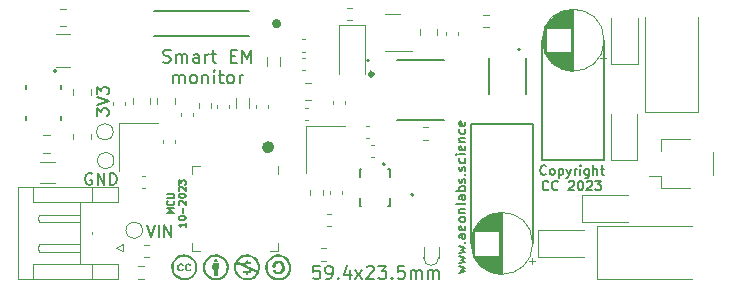
<source format=gbr>
%TF.GenerationSoftware,KiCad,Pcbnew,7.0.7*%
%TF.CreationDate,2023-09-20T12:31:10+02:00*%
%TF.ProjectId,Window_EMP_monitor_59_4x23_5x1.6mm,57696e64-6f77-45f4-954d-505f6d6f6e69,rev?*%
%TF.SameCoordinates,Original*%
%TF.FileFunction,Legend,Top*%
%TF.FilePolarity,Positive*%
%FSLAX46Y46*%
G04 Gerber Fmt 4.6, Leading zero omitted, Abs format (unit mm)*
G04 Created by KiCad (PCBNEW 7.0.7) date 2023-09-20 12:31:10*
%MOMM*%
%LPD*%
G01*
G04 APERTURE LIST*
%ADD10C,0.150000*%
%ADD11C,0.600000*%
%ADD12C,0.200000*%
%ADD13C,0.120000*%
%ADD14C,0.127000*%
%ADD15C,0.381000*%
%ADD16C,0.100000*%
%ADD17C,0.300000*%
G04 APERTURE END LIST*
D10*
X182685791Y-84730000D02*
X182660679Y-94860000D01*
X187925791Y-84730000D02*
X187940679Y-94860000D01*
D11*
X159704948Y-93790000D02*
G75*
G03*
X159704948Y-93790000I-222448J0D01*
G01*
D10*
X187940679Y-94860000D02*
X182660679Y-94860000D01*
X181880000Y-101930000D02*
X181905112Y-91800000D01*
X176640000Y-101930000D02*
X176625112Y-91800000D01*
X176625112Y-91800000D02*
X181905112Y-91800000D01*
D12*
X150594762Y-86570600D02*
X150751905Y-86622980D01*
X150751905Y-86622980D02*
X151013810Y-86622980D01*
X151013810Y-86622980D02*
X151118572Y-86570600D01*
X151118572Y-86570600D02*
X151170953Y-86518219D01*
X151170953Y-86518219D02*
X151223334Y-86413457D01*
X151223334Y-86413457D02*
X151223334Y-86308695D01*
X151223334Y-86308695D02*
X151170953Y-86203933D01*
X151170953Y-86203933D02*
X151118572Y-86151552D01*
X151118572Y-86151552D02*
X151013810Y-86099171D01*
X151013810Y-86099171D02*
X150804286Y-86046790D01*
X150804286Y-86046790D02*
X150699524Y-85994409D01*
X150699524Y-85994409D02*
X150647143Y-85942028D01*
X150647143Y-85942028D02*
X150594762Y-85837266D01*
X150594762Y-85837266D02*
X150594762Y-85732504D01*
X150594762Y-85732504D02*
X150647143Y-85627742D01*
X150647143Y-85627742D02*
X150699524Y-85575361D01*
X150699524Y-85575361D02*
X150804286Y-85522980D01*
X150804286Y-85522980D02*
X151066191Y-85522980D01*
X151066191Y-85522980D02*
X151223334Y-85575361D01*
X151694762Y-86622980D02*
X151694762Y-85889647D01*
X151694762Y-85994409D02*
X151747143Y-85942028D01*
X151747143Y-85942028D02*
X151851905Y-85889647D01*
X151851905Y-85889647D02*
X152009048Y-85889647D01*
X152009048Y-85889647D02*
X152113810Y-85942028D01*
X152113810Y-85942028D02*
X152166191Y-86046790D01*
X152166191Y-86046790D02*
X152166191Y-86622980D01*
X152166191Y-86046790D02*
X152218572Y-85942028D01*
X152218572Y-85942028D02*
X152323334Y-85889647D01*
X152323334Y-85889647D02*
X152480477Y-85889647D01*
X152480477Y-85889647D02*
X152585238Y-85942028D01*
X152585238Y-85942028D02*
X152637619Y-86046790D01*
X152637619Y-86046790D02*
X152637619Y-86622980D01*
X153632858Y-86622980D02*
X153632858Y-86046790D01*
X153632858Y-86046790D02*
X153580477Y-85942028D01*
X153580477Y-85942028D02*
X153475715Y-85889647D01*
X153475715Y-85889647D02*
X153266191Y-85889647D01*
X153266191Y-85889647D02*
X153161429Y-85942028D01*
X153632858Y-86570600D02*
X153528096Y-86622980D01*
X153528096Y-86622980D02*
X153266191Y-86622980D01*
X153266191Y-86622980D02*
X153161429Y-86570600D01*
X153161429Y-86570600D02*
X153109048Y-86465838D01*
X153109048Y-86465838D02*
X153109048Y-86361076D01*
X153109048Y-86361076D02*
X153161429Y-86256314D01*
X153161429Y-86256314D02*
X153266191Y-86203933D01*
X153266191Y-86203933D02*
X153528096Y-86203933D01*
X153528096Y-86203933D02*
X153632858Y-86151552D01*
X154156667Y-86622980D02*
X154156667Y-85889647D01*
X154156667Y-86099171D02*
X154209048Y-85994409D01*
X154209048Y-85994409D02*
X154261429Y-85942028D01*
X154261429Y-85942028D02*
X154366191Y-85889647D01*
X154366191Y-85889647D02*
X154470953Y-85889647D01*
X154680476Y-85889647D02*
X155099524Y-85889647D01*
X154837619Y-85522980D02*
X154837619Y-86465838D01*
X154837619Y-86465838D02*
X154890000Y-86570600D01*
X154890000Y-86570600D02*
X154994762Y-86622980D01*
X154994762Y-86622980D02*
X155099524Y-86622980D01*
X156304285Y-86046790D02*
X156670952Y-86046790D01*
X156828095Y-86622980D02*
X156304285Y-86622980D01*
X156304285Y-86622980D02*
X156304285Y-85522980D01*
X156304285Y-85522980D02*
X156828095Y-85522980D01*
X157299523Y-86622980D02*
X157299523Y-85522980D01*
X157299523Y-85522980D02*
X157666190Y-86308695D01*
X157666190Y-86308695D02*
X158032857Y-85522980D01*
X158032857Y-85522980D02*
X158032857Y-86622980D01*
X151459047Y-88393980D02*
X151459047Y-87660647D01*
X151459047Y-87765409D02*
X151511428Y-87713028D01*
X151511428Y-87713028D02*
X151616190Y-87660647D01*
X151616190Y-87660647D02*
X151773333Y-87660647D01*
X151773333Y-87660647D02*
X151878095Y-87713028D01*
X151878095Y-87713028D02*
X151930476Y-87817790D01*
X151930476Y-87817790D02*
X151930476Y-88393980D01*
X151930476Y-87817790D02*
X151982857Y-87713028D01*
X151982857Y-87713028D02*
X152087619Y-87660647D01*
X152087619Y-87660647D02*
X152244762Y-87660647D01*
X152244762Y-87660647D02*
X152349523Y-87713028D01*
X152349523Y-87713028D02*
X152401904Y-87817790D01*
X152401904Y-87817790D02*
X152401904Y-88393980D01*
X153082857Y-88393980D02*
X152978095Y-88341600D01*
X152978095Y-88341600D02*
X152925714Y-88289219D01*
X152925714Y-88289219D02*
X152873333Y-88184457D01*
X152873333Y-88184457D02*
X152873333Y-87870171D01*
X152873333Y-87870171D02*
X152925714Y-87765409D01*
X152925714Y-87765409D02*
X152978095Y-87713028D01*
X152978095Y-87713028D02*
X153082857Y-87660647D01*
X153082857Y-87660647D02*
X153240000Y-87660647D01*
X153240000Y-87660647D02*
X153344762Y-87713028D01*
X153344762Y-87713028D02*
X153397143Y-87765409D01*
X153397143Y-87765409D02*
X153449524Y-87870171D01*
X153449524Y-87870171D02*
X153449524Y-88184457D01*
X153449524Y-88184457D02*
X153397143Y-88289219D01*
X153397143Y-88289219D02*
X153344762Y-88341600D01*
X153344762Y-88341600D02*
X153240000Y-88393980D01*
X153240000Y-88393980D02*
X153082857Y-88393980D01*
X153920952Y-87660647D02*
X153920952Y-88393980D01*
X153920952Y-87765409D02*
X153973333Y-87713028D01*
X153973333Y-87713028D02*
X154078095Y-87660647D01*
X154078095Y-87660647D02*
X154235238Y-87660647D01*
X154235238Y-87660647D02*
X154340000Y-87713028D01*
X154340000Y-87713028D02*
X154392381Y-87817790D01*
X154392381Y-87817790D02*
X154392381Y-88393980D01*
X154916190Y-88393980D02*
X154916190Y-87660647D01*
X154916190Y-87293980D02*
X154863809Y-87346361D01*
X154863809Y-87346361D02*
X154916190Y-87398742D01*
X154916190Y-87398742D02*
X154968571Y-87346361D01*
X154968571Y-87346361D02*
X154916190Y-87293980D01*
X154916190Y-87293980D02*
X154916190Y-87398742D01*
X155282857Y-87660647D02*
X155701905Y-87660647D01*
X155440000Y-87293980D02*
X155440000Y-88236838D01*
X155440000Y-88236838D02*
X155492381Y-88341600D01*
X155492381Y-88341600D02*
X155597143Y-88393980D01*
X155597143Y-88393980D02*
X155701905Y-88393980D01*
X156225714Y-88393980D02*
X156120952Y-88341600D01*
X156120952Y-88341600D02*
X156068571Y-88289219D01*
X156068571Y-88289219D02*
X156016190Y-88184457D01*
X156016190Y-88184457D02*
X156016190Y-87870171D01*
X156016190Y-87870171D02*
X156068571Y-87765409D01*
X156068571Y-87765409D02*
X156120952Y-87713028D01*
X156120952Y-87713028D02*
X156225714Y-87660647D01*
X156225714Y-87660647D02*
X156382857Y-87660647D01*
X156382857Y-87660647D02*
X156487619Y-87713028D01*
X156487619Y-87713028D02*
X156540000Y-87765409D01*
X156540000Y-87765409D02*
X156592381Y-87870171D01*
X156592381Y-87870171D02*
X156592381Y-88184457D01*
X156592381Y-88184457D02*
X156540000Y-88289219D01*
X156540000Y-88289219D02*
X156487619Y-88341600D01*
X156487619Y-88341600D02*
X156382857Y-88393980D01*
X156382857Y-88393980D02*
X156225714Y-88393980D01*
X157063809Y-88393980D02*
X157063809Y-87660647D01*
X157063809Y-87870171D02*
X157116190Y-87765409D01*
X157116190Y-87765409D02*
X157168571Y-87713028D01*
X157168571Y-87713028D02*
X157273333Y-87660647D01*
X157273333Y-87660647D02*
X157378095Y-87660647D01*
D10*
X144560588Y-96027438D02*
X144465350Y-95979819D01*
X144465350Y-95979819D02*
X144322493Y-95979819D01*
X144322493Y-95979819D02*
X144179636Y-96027438D01*
X144179636Y-96027438D02*
X144084398Y-96122676D01*
X144084398Y-96122676D02*
X144036779Y-96217914D01*
X144036779Y-96217914D02*
X143989160Y-96408390D01*
X143989160Y-96408390D02*
X143989160Y-96551247D01*
X143989160Y-96551247D02*
X144036779Y-96741723D01*
X144036779Y-96741723D02*
X144084398Y-96836961D01*
X144084398Y-96836961D02*
X144179636Y-96932200D01*
X144179636Y-96932200D02*
X144322493Y-96979819D01*
X144322493Y-96979819D02*
X144417731Y-96979819D01*
X144417731Y-96979819D02*
X144560588Y-96932200D01*
X144560588Y-96932200D02*
X144608207Y-96884580D01*
X144608207Y-96884580D02*
X144608207Y-96551247D01*
X144608207Y-96551247D02*
X144417731Y-96551247D01*
X145036779Y-96979819D02*
X145036779Y-95979819D01*
X145036779Y-95979819D02*
X145608207Y-96979819D01*
X145608207Y-96979819D02*
X145608207Y-95979819D01*
X146084398Y-96979819D02*
X146084398Y-95979819D01*
X146084398Y-95979819D02*
X146322493Y-95979819D01*
X146322493Y-95979819D02*
X146465350Y-96027438D01*
X146465350Y-96027438D02*
X146560588Y-96122676D01*
X146560588Y-96122676D02*
X146608207Y-96217914D01*
X146608207Y-96217914D02*
X146655826Y-96408390D01*
X146655826Y-96408390D02*
X146655826Y-96551247D01*
X146655826Y-96551247D02*
X146608207Y-96741723D01*
X146608207Y-96741723D02*
X146560588Y-96836961D01*
X146560588Y-96836961D02*
X146465350Y-96932200D01*
X146465350Y-96932200D02*
X146322493Y-96979819D01*
X146322493Y-96979819D02*
X146084398Y-96979819D01*
X144969819Y-91128458D02*
X144969819Y-90509411D01*
X144969819Y-90509411D02*
X145350771Y-90842744D01*
X145350771Y-90842744D02*
X145350771Y-90699887D01*
X145350771Y-90699887D02*
X145398390Y-90604649D01*
X145398390Y-90604649D02*
X145446009Y-90557030D01*
X145446009Y-90557030D02*
X145541247Y-90509411D01*
X145541247Y-90509411D02*
X145779342Y-90509411D01*
X145779342Y-90509411D02*
X145874580Y-90557030D01*
X145874580Y-90557030D02*
X145922200Y-90604649D01*
X145922200Y-90604649D02*
X145969819Y-90699887D01*
X145969819Y-90699887D02*
X145969819Y-90985601D01*
X145969819Y-90985601D02*
X145922200Y-91080839D01*
X145922200Y-91080839D02*
X145874580Y-91128458D01*
X144969819Y-90223696D02*
X145969819Y-89890363D01*
X145969819Y-89890363D02*
X144969819Y-89557030D01*
X144969819Y-89318934D02*
X144969819Y-88699887D01*
X144969819Y-88699887D02*
X145350771Y-89033220D01*
X145350771Y-89033220D02*
X145350771Y-88890363D01*
X145350771Y-88890363D02*
X145398390Y-88795125D01*
X145398390Y-88795125D02*
X145446009Y-88747506D01*
X145446009Y-88747506D02*
X145541247Y-88699887D01*
X145541247Y-88699887D02*
X145779342Y-88699887D01*
X145779342Y-88699887D02*
X145874580Y-88747506D01*
X145874580Y-88747506D02*
X145922200Y-88795125D01*
X145922200Y-88795125D02*
X145969819Y-88890363D01*
X145969819Y-88890363D02*
X145969819Y-89176077D01*
X145969819Y-89176077D02*
X145922200Y-89271315D01*
X145922200Y-89271315D02*
X145874580Y-89318934D01*
X151526771Y-99374284D02*
X150926771Y-99374284D01*
X150926771Y-99374284D02*
X151355342Y-99174284D01*
X151355342Y-99174284D02*
X150926771Y-98974284D01*
X150926771Y-98974284D02*
X151526771Y-98974284D01*
X151469628Y-98345713D02*
X151498200Y-98374285D01*
X151498200Y-98374285D02*
X151526771Y-98459999D01*
X151526771Y-98459999D02*
X151526771Y-98517142D01*
X151526771Y-98517142D02*
X151498200Y-98602856D01*
X151498200Y-98602856D02*
X151441057Y-98659999D01*
X151441057Y-98659999D02*
X151383914Y-98688570D01*
X151383914Y-98688570D02*
X151269628Y-98717142D01*
X151269628Y-98717142D02*
X151183914Y-98717142D01*
X151183914Y-98717142D02*
X151069628Y-98688570D01*
X151069628Y-98688570D02*
X151012485Y-98659999D01*
X151012485Y-98659999D02*
X150955342Y-98602856D01*
X150955342Y-98602856D02*
X150926771Y-98517142D01*
X150926771Y-98517142D02*
X150926771Y-98459999D01*
X150926771Y-98459999D02*
X150955342Y-98374285D01*
X150955342Y-98374285D02*
X150983914Y-98345713D01*
X150926771Y-98088570D02*
X151412485Y-98088570D01*
X151412485Y-98088570D02*
X151469628Y-98059999D01*
X151469628Y-98059999D02*
X151498200Y-98031428D01*
X151498200Y-98031428D02*
X151526771Y-97974285D01*
X151526771Y-97974285D02*
X151526771Y-97859999D01*
X151526771Y-97859999D02*
X151498200Y-97802856D01*
X151498200Y-97802856D02*
X151469628Y-97774285D01*
X151469628Y-97774285D02*
X151412485Y-97745713D01*
X151412485Y-97745713D02*
X150926771Y-97745713D01*
X152492771Y-100188572D02*
X152492771Y-100531429D01*
X152492771Y-100360000D02*
X151892771Y-100360000D01*
X151892771Y-100360000D02*
X151978485Y-100417143D01*
X151978485Y-100417143D02*
X152035628Y-100474286D01*
X152035628Y-100474286D02*
X152064200Y-100531429D01*
X151892771Y-99817143D02*
X151892771Y-99760000D01*
X151892771Y-99760000D02*
X151921342Y-99702857D01*
X151921342Y-99702857D02*
X151949914Y-99674286D01*
X151949914Y-99674286D02*
X152007057Y-99645714D01*
X152007057Y-99645714D02*
X152121342Y-99617143D01*
X152121342Y-99617143D02*
X152264200Y-99617143D01*
X152264200Y-99617143D02*
X152378485Y-99645714D01*
X152378485Y-99645714D02*
X152435628Y-99674286D01*
X152435628Y-99674286D02*
X152464200Y-99702857D01*
X152464200Y-99702857D02*
X152492771Y-99760000D01*
X152492771Y-99760000D02*
X152492771Y-99817143D01*
X152492771Y-99817143D02*
X152464200Y-99874286D01*
X152464200Y-99874286D02*
X152435628Y-99902857D01*
X152435628Y-99902857D02*
X152378485Y-99931428D01*
X152378485Y-99931428D02*
X152264200Y-99960000D01*
X152264200Y-99960000D02*
X152121342Y-99960000D01*
X152121342Y-99960000D02*
X152007057Y-99931428D01*
X152007057Y-99931428D02*
X151949914Y-99902857D01*
X151949914Y-99902857D02*
X151921342Y-99874286D01*
X151921342Y-99874286D02*
X151892771Y-99817143D01*
X152264200Y-99359999D02*
X152264200Y-98902857D01*
X151949914Y-98645714D02*
X151921342Y-98617142D01*
X151921342Y-98617142D02*
X151892771Y-98560000D01*
X151892771Y-98560000D02*
X151892771Y-98417142D01*
X151892771Y-98417142D02*
X151921342Y-98360000D01*
X151921342Y-98360000D02*
X151949914Y-98331428D01*
X151949914Y-98331428D02*
X152007057Y-98302857D01*
X152007057Y-98302857D02*
X152064200Y-98302857D01*
X152064200Y-98302857D02*
X152149914Y-98331428D01*
X152149914Y-98331428D02*
X152492771Y-98674285D01*
X152492771Y-98674285D02*
X152492771Y-98302857D01*
X151892771Y-97931428D02*
X151892771Y-97874285D01*
X151892771Y-97874285D02*
X151921342Y-97817142D01*
X151921342Y-97817142D02*
X151949914Y-97788571D01*
X151949914Y-97788571D02*
X152007057Y-97759999D01*
X152007057Y-97759999D02*
X152121342Y-97731428D01*
X152121342Y-97731428D02*
X152264200Y-97731428D01*
X152264200Y-97731428D02*
X152378485Y-97759999D01*
X152378485Y-97759999D02*
X152435628Y-97788571D01*
X152435628Y-97788571D02*
X152464200Y-97817142D01*
X152464200Y-97817142D02*
X152492771Y-97874285D01*
X152492771Y-97874285D02*
X152492771Y-97931428D01*
X152492771Y-97931428D02*
X152464200Y-97988571D01*
X152464200Y-97988571D02*
X152435628Y-98017142D01*
X152435628Y-98017142D02*
X152378485Y-98045713D01*
X152378485Y-98045713D02*
X152264200Y-98074285D01*
X152264200Y-98074285D02*
X152121342Y-98074285D01*
X152121342Y-98074285D02*
X152007057Y-98045713D01*
X152007057Y-98045713D02*
X151949914Y-98017142D01*
X151949914Y-98017142D02*
X151921342Y-97988571D01*
X151921342Y-97988571D02*
X151892771Y-97931428D01*
X151949914Y-97502856D02*
X151921342Y-97474284D01*
X151921342Y-97474284D02*
X151892771Y-97417142D01*
X151892771Y-97417142D02*
X151892771Y-97274284D01*
X151892771Y-97274284D02*
X151921342Y-97217142D01*
X151921342Y-97217142D02*
X151949914Y-97188570D01*
X151949914Y-97188570D02*
X152007057Y-97159999D01*
X152007057Y-97159999D02*
X152064200Y-97159999D01*
X152064200Y-97159999D02*
X152149914Y-97188570D01*
X152149914Y-97188570D02*
X152492771Y-97531427D01*
X152492771Y-97531427D02*
X152492771Y-97159999D01*
X151892771Y-96959998D02*
X151892771Y-96588570D01*
X151892771Y-96588570D02*
X152121342Y-96788570D01*
X152121342Y-96788570D02*
X152121342Y-96702855D01*
X152121342Y-96702855D02*
X152149914Y-96645713D01*
X152149914Y-96645713D02*
X152178485Y-96617141D01*
X152178485Y-96617141D02*
X152235628Y-96588570D01*
X152235628Y-96588570D02*
X152378485Y-96588570D01*
X152378485Y-96588570D02*
X152435628Y-96617141D01*
X152435628Y-96617141D02*
X152464200Y-96645713D01*
X152464200Y-96645713D02*
X152492771Y-96702855D01*
X152492771Y-96702855D02*
X152492771Y-96874284D01*
X152492771Y-96874284D02*
X152464200Y-96931427D01*
X152464200Y-96931427D02*
X152435628Y-96959998D01*
D12*
X183018571Y-96059504D02*
X182980475Y-96097600D01*
X182980475Y-96097600D02*
X182866190Y-96135695D01*
X182866190Y-96135695D02*
X182789999Y-96135695D01*
X182789999Y-96135695D02*
X182675713Y-96097600D01*
X182675713Y-96097600D02*
X182599523Y-96021409D01*
X182599523Y-96021409D02*
X182561428Y-95945219D01*
X182561428Y-95945219D02*
X182523332Y-95792838D01*
X182523332Y-95792838D02*
X182523332Y-95678552D01*
X182523332Y-95678552D02*
X182561428Y-95526171D01*
X182561428Y-95526171D02*
X182599523Y-95449980D01*
X182599523Y-95449980D02*
X182675713Y-95373790D01*
X182675713Y-95373790D02*
X182789999Y-95335695D01*
X182789999Y-95335695D02*
X182866190Y-95335695D01*
X182866190Y-95335695D02*
X182980475Y-95373790D01*
X182980475Y-95373790D02*
X183018571Y-95411885D01*
X183475713Y-96135695D02*
X183399523Y-96097600D01*
X183399523Y-96097600D02*
X183361428Y-96059504D01*
X183361428Y-96059504D02*
X183323332Y-95983314D01*
X183323332Y-95983314D02*
X183323332Y-95754742D01*
X183323332Y-95754742D02*
X183361428Y-95678552D01*
X183361428Y-95678552D02*
X183399523Y-95640457D01*
X183399523Y-95640457D02*
X183475713Y-95602361D01*
X183475713Y-95602361D02*
X183589999Y-95602361D01*
X183589999Y-95602361D02*
X183666190Y-95640457D01*
X183666190Y-95640457D02*
X183704285Y-95678552D01*
X183704285Y-95678552D02*
X183742380Y-95754742D01*
X183742380Y-95754742D02*
X183742380Y-95983314D01*
X183742380Y-95983314D02*
X183704285Y-96059504D01*
X183704285Y-96059504D02*
X183666190Y-96097600D01*
X183666190Y-96097600D02*
X183589999Y-96135695D01*
X183589999Y-96135695D02*
X183475713Y-96135695D01*
X184085238Y-95602361D02*
X184085238Y-96402361D01*
X184085238Y-95640457D02*
X184161428Y-95602361D01*
X184161428Y-95602361D02*
X184313809Y-95602361D01*
X184313809Y-95602361D02*
X184390000Y-95640457D01*
X184390000Y-95640457D02*
X184428095Y-95678552D01*
X184428095Y-95678552D02*
X184466190Y-95754742D01*
X184466190Y-95754742D02*
X184466190Y-95983314D01*
X184466190Y-95983314D02*
X184428095Y-96059504D01*
X184428095Y-96059504D02*
X184390000Y-96097600D01*
X184390000Y-96097600D02*
X184313809Y-96135695D01*
X184313809Y-96135695D02*
X184161428Y-96135695D01*
X184161428Y-96135695D02*
X184085238Y-96097600D01*
X184732857Y-95602361D02*
X184923333Y-96135695D01*
X185113810Y-95602361D02*
X184923333Y-96135695D01*
X184923333Y-96135695D02*
X184847143Y-96326171D01*
X184847143Y-96326171D02*
X184809048Y-96364266D01*
X184809048Y-96364266D02*
X184732857Y-96402361D01*
X185418572Y-96135695D02*
X185418572Y-95602361D01*
X185418572Y-95754742D02*
X185456667Y-95678552D01*
X185456667Y-95678552D02*
X185494762Y-95640457D01*
X185494762Y-95640457D02*
X185570953Y-95602361D01*
X185570953Y-95602361D02*
X185647143Y-95602361D01*
X185913810Y-96135695D02*
X185913810Y-95602361D01*
X185913810Y-95335695D02*
X185875714Y-95373790D01*
X185875714Y-95373790D02*
X185913810Y-95411885D01*
X185913810Y-95411885D02*
X185951905Y-95373790D01*
X185951905Y-95373790D02*
X185913810Y-95335695D01*
X185913810Y-95335695D02*
X185913810Y-95411885D01*
X186637619Y-95602361D02*
X186637619Y-96249980D01*
X186637619Y-96249980D02*
X186599524Y-96326171D01*
X186599524Y-96326171D02*
X186561428Y-96364266D01*
X186561428Y-96364266D02*
X186485238Y-96402361D01*
X186485238Y-96402361D02*
X186370952Y-96402361D01*
X186370952Y-96402361D02*
X186294762Y-96364266D01*
X186637619Y-96097600D02*
X186561428Y-96135695D01*
X186561428Y-96135695D02*
X186409047Y-96135695D01*
X186409047Y-96135695D02*
X186332857Y-96097600D01*
X186332857Y-96097600D02*
X186294762Y-96059504D01*
X186294762Y-96059504D02*
X186256666Y-95983314D01*
X186256666Y-95983314D02*
X186256666Y-95754742D01*
X186256666Y-95754742D02*
X186294762Y-95678552D01*
X186294762Y-95678552D02*
X186332857Y-95640457D01*
X186332857Y-95640457D02*
X186409047Y-95602361D01*
X186409047Y-95602361D02*
X186561428Y-95602361D01*
X186561428Y-95602361D02*
X186637619Y-95640457D01*
X187018572Y-96135695D02*
X187018572Y-95335695D01*
X187361429Y-96135695D02*
X187361429Y-95716647D01*
X187361429Y-95716647D02*
X187323334Y-95640457D01*
X187323334Y-95640457D02*
X187247143Y-95602361D01*
X187247143Y-95602361D02*
X187132857Y-95602361D01*
X187132857Y-95602361D02*
X187056667Y-95640457D01*
X187056667Y-95640457D02*
X187018572Y-95678552D01*
X187628096Y-95602361D02*
X187932858Y-95602361D01*
X187742382Y-95335695D02*
X187742382Y-96021409D01*
X187742382Y-96021409D02*
X187780477Y-96097600D01*
X187780477Y-96097600D02*
X187856667Y-96135695D01*
X187856667Y-96135695D02*
X187932858Y-96135695D01*
X183209047Y-97347504D02*
X183170951Y-97385600D01*
X183170951Y-97385600D02*
X183056666Y-97423695D01*
X183056666Y-97423695D02*
X182980475Y-97423695D01*
X182980475Y-97423695D02*
X182866189Y-97385600D01*
X182866189Y-97385600D02*
X182789999Y-97309409D01*
X182789999Y-97309409D02*
X182751904Y-97233219D01*
X182751904Y-97233219D02*
X182713808Y-97080838D01*
X182713808Y-97080838D02*
X182713808Y-96966552D01*
X182713808Y-96966552D02*
X182751904Y-96814171D01*
X182751904Y-96814171D02*
X182789999Y-96737980D01*
X182789999Y-96737980D02*
X182866189Y-96661790D01*
X182866189Y-96661790D02*
X182980475Y-96623695D01*
X182980475Y-96623695D02*
X183056666Y-96623695D01*
X183056666Y-96623695D02*
X183170951Y-96661790D01*
X183170951Y-96661790D02*
X183209047Y-96699885D01*
X184009047Y-97347504D02*
X183970951Y-97385600D01*
X183970951Y-97385600D02*
X183856666Y-97423695D01*
X183856666Y-97423695D02*
X183780475Y-97423695D01*
X183780475Y-97423695D02*
X183666189Y-97385600D01*
X183666189Y-97385600D02*
X183589999Y-97309409D01*
X183589999Y-97309409D02*
X183551904Y-97233219D01*
X183551904Y-97233219D02*
X183513808Y-97080838D01*
X183513808Y-97080838D02*
X183513808Y-96966552D01*
X183513808Y-96966552D02*
X183551904Y-96814171D01*
X183551904Y-96814171D02*
X183589999Y-96737980D01*
X183589999Y-96737980D02*
X183666189Y-96661790D01*
X183666189Y-96661790D02*
X183780475Y-96623695D01*
X183780475Y-96623695D02*
X183856666Y-96623695D01*
X183856666Y-96623695D02*
X183970951Y-96661790D01*
X183970951Y-96661790D02*
X184009047Y-96699885D01*
X184923332Y-96699885D02*
X184961428Y-96661790D01*
X184961428Y-96661790D02*
X185037618Y-96623695D01*
X185037618Y-96623695D02*
X185228094Y-96623695D01*
X185228094Y-96623695D02*
X185304285Y-96661790D01*
X185304285Y-96661790D02*
X185342380Y-96699885D01*
X185342380Y-96699885D02*
X185380475Y-96776076D01*
X185380475Y-96776076D02*
X185380475Y-96852266D01*
X185380475Y-96852266D02*
X185342380Y-96966552D01*
X185342380Y-96966552D02*
X184885237Y-97423695D01*
X184885237Y-97423695D02*
X185380475Y-97423695D01*
X185875714Y-96623695D02*
X185951904Y-96623695D01*
X185951904Y-96623695D02*
X186028095Y-96661790D01*
X186028095Y-96661790D02*
X186066190Y-96699885D01*
X186066190Y-96699885D02*
X186104285Y-96776076D01*
X186104285Y-96776076D02*
X186142380Y-96928457D01*
X186142380Y-96928457D02*
X186142380Y-97118933D01*
X186142380Y-97118933D02*
X186104285Y-97271314D01*
X186104285Y-97271314D02*
X186066190Y-97347504D01*
X186066190Y-97347504D02*
X186028095Y-97385600D01*
X186028095Y-97385600D02*
X185951904Y-97423695D01*
X185951904Y-97423695D02*
X185875714Y-97423695D01*
X185875714Y-97423695D02*
X185799523Y-97385600D01*
X185799523Y-97385600D02*
X185761428Y-97347504D01*
X185761428Y-97347504D02*
X185723333Y-97271314D01*
X185723333Y-97271314D02*
X185685237Y-97118933D01*
X185685237Y-97118933D02*
X185685237Y-96928457D01*
X185685237Y-96928457D02*
X185723333Y-96776076D01*
X185723333Y-96776076D02*
X185761428Y-96699885D01*
X185761428Y-96699885D02*
X185799523Y-96661790D01*
X185799523Y-96661790D02*
X185875714Y-96623695D01*
X186447142Y-96699885D02*
X186485238Y-96661790D01*
X186485238Y-96661790D02*
X186561428Y-96623695D01*
X186561428Y-96623695D02*
X186751904Y-96623695D01*
X186751904Y-96623695D02*
X186828095Y-96661790D01*
X186828095Y-96661790D02*
X186866190Y-96699885D01*
X186866190Y-96699885D02*
X186904285Y-96776076D01*
X186904285Y-96776076D02*
X186904285Y-96852266D01*
X186904285Y-96852266D02*
X186866190Y-96966552D01*
X186866190Y-96966552D02*
X186409047Y-97423695D01*
X186409047Y-97423695D02*
X186904285Y-97423695D01*
X187170952Y-96623695D02*
X187666190Y-96623695D01*
X187666190Y-96623695D02*
X187399524Y-96928457D01*
X187399524Y-96928457D02*
X187513809Y-96928457D01*
X187513809Y-96928457D02*
X187590000Y-96966552D01*
X187590000Y-96966552D02*
X187628095Y-97004647D01*
X187628095Y-97004647D02*
X187666190Y-97080838D01*
X187666190Y-97080838D02*
X187666190Y-97271314D01*
X187666190Y-97271314D02*
X187628095Y-97347504D01*
X187628095Y-97347504D02*
X187590000Y-97385600D01*
X187590000Y-97385600D02*
X187513809Y-97423695D01*
X187513809Y-97423695D02*
X187285238Y-97423695D01*
X187285238Y-97423695D02*
X187209047Y-97385600D01*
X187209047Y-97385600D02*
X187170952Y-97347504D01*
D10*
X149213922Y-100409819D02*
X149547255Y-101409819D01*
X149547255Y-101409819D02*
X149880588Y-100409819D01*
X150213922Y-101409819D02*
X150213922Y-100409819D01*
X150690112Y-101409819D02*
X150690112Y-100409819D01*
X150690112Y-100409819D02*
X151261540Y-101409819D01*
X151261540Y-101409819D02*
X151261540Y-100409819D01*
D12*
X163837142Y-103838480D02*
X163313332Y-103838480D01*
X163313332Y-103838480D02*
X163260951Y-104362290D01*
X163260951Y-104362290D02*
X163313332Y-104309909D01*
X163313332Y-104309909D02*
X163418094Y-104257528D01*
X163418094Y-104257528D02*
X163679999Y-104257528D01*
X163679999Y-104257528D02*
X163784761Y-104309909D01*
X163784761Y-104309909D02*
X163837142Y-104362290D01*
X163837142Y-104362290D02*
X163889523Y-104467052D01*
X163889523Y-104467052D02*
X163889523Y-104728957D01*
X163889523Y-104728957D02*
X163837142Y-104833719D01*
X163837142Y-104833719D02*
X163784761Y-104886100D01*
X163784761Y-104886100D02*
X163679999Y-104938480D01*
X163679999Y-104938480D02*
X163418094Y-104938480D01*
X163418094Y-104938480D02*
X163313332Y-104886100D01*
X163313332Y-104886100D02*
X163260951Y-104833719D01*
X164413332Y-104938480D02*
X164622856Y-104938480D01*
X164622856Y-104938480D02*
X164727618Y-104886100D01*
X164727618Y-104886100D02*
X164779999Y-104833719D01*
X164779999Y-104833719D02*
X164884761Y-104676576D01*
X164884761Y-104676576D02*
X164937142Y-104467052D01*
X164937142Y-104467052D02*
X164937142Y-104048004D01*
X164937142Y-104048004D02*
X164884761Y-103943242D01*
X164884761Y-103943242D02*
X164832380Y-103890861D01*
X164832380Y-103890861D02*
X164727618Y-103838480D01*
X164727618Y-103838480D02*
X164518094Y-103838480D01*
X164518094Y-103838480D02*
X164413332Y-103890861D01*
X164413332Y-103890861D02*
X164360951Y-103943242D01*
X164360951Y-103943242D02*
X164308570Y-104048004D01*
X164308570Y-104048004D02*
X164308570Y-104309909D01*
X164308570Y-104309909D02*
X164360951Y-104414671D01*
X164360951Y-104414671D02*
X164413332Y-104467052D01*
X164413332Y-104467052D02*
X164518094Y-104519433D01*
X164518094Y-104519433D02*
X164727618Y-104519433D01*
X164727618Y-104519433D02*
X164832380Y-104467052D01*
X164832380Y-104467052D02*
X164884761Y-104414671D01*
X164884761Y-104414671D02*
X164937142Y-104309909D01*
X165408570Y-104833719D02*
X165460951Y-104886100D01*
X165460951Y-104886100D02*
X165408570Y-104938480D01*
X165408570Y-104938480D02*
X165356189Y-104886100D01*
X165356189Y-104886100D02*
X165408570Y-104833719D01*
X165408570Y-104833719D02*
X165408570Y-104938480D01*
X166403809Y-104205147D02*
X166403809Y-104938480D01*
X166141904Y-103786100D02*
X165879999Y-104571814D01*
X165879999Y-104571814D02*
X166560952Y-104571814D01*
X166875237Y-104938480D02*
X167451428Y-104205147D01*
X166875237Y-104205147D02*
X167451428Y-104938480D01*
X167818094Y-103943242D02*
X167870475Y-103890861D01*
X167870475Y-103890861D02*
X167975237Y-103838480D01*
X167975237Y-103838480D02*
X168237142Y-103838480D01*
X168237142Y-103838480D02*
X168341904Y-103890861D01*
X168341904Y-103890861D02*
X168394285Y-103943242D01*
X168394285Y-103943242D02*
X168446666Y-104048004D01*
X168446666Y-104048004D02*
X168446666Y-104152766D01*
X168446666Y-104152766D02*
X168394285Y-104309909D01*
X168394285Y-104309909D02*
X167765713Y-104938480D01*
X167765713Y-104938480D02*
X168446666Y-104938480D01*
X168813332Y-103838480D02*
X169494285Y-103838480D01*
X169494285Y-103838480D02*
X169127618Y-104257528D01*
X169127618Y-104257528D02*
X169284761Y-104257528D01*
X169284761Y-104257528D02*
X169389523Y-104309909D01*
X169389523Y-104309909D02*
X169441904Y-104362290D01*
X169441904Y-104362290D02*
X169494285Y-104467052D01*
X169494285Y-104467052D02*
X169494285Y-104728957D01*
X169494285Y-104728957D02*
X169441904Y-104833719D01*
X169441904Y-104833719D02*
X169389523Y-104886100D01*
X169389523Y-104886100D02*
X169284761Y-104938480D01*
X169284761Y-104938480D02*
X168970475Y-104938480D01*
X168970475Y-104938480D02*
X168865713Y-104886100D01*
X168865713Y-104886100D02*
X168813332Y-104833719D01*
X169965713Y-104833719D02*
X170018094Y-104886100D01*
X170018094Y-104886100D02*
X169965713Y-104938480D01*
X169965713Y-104938480D02*
X169913332Y-104886100D01*
X169913332Y-104886100D02*
X169965713Y-104833719D01*
X169965713Y-104833719D02*
X169965713Y-104938480D01*
X171013333Y-103838480D02*
X170489523Y-103838480D01*
X170489523Y-103838480D02*
X170437142Y-104362290D01*
X170437142Y-104362290D02*
X170489523Y-104309909D01*
X170489523Y-104309909D02*
X170594285Y-104257528D01*
X170594285Y-104257528D02*
X170856190Y-104257528D01*
X170856190Y-104257528D02*
X170960952Y-104309909D01*
X170960952Y-104309909D02*
X171013333Y-104362290D01*
X171013333Y-104362290D02*
X171065714Y-104467052D01*
X171065714Y-104467052D02*
X171065714Y-104728957D01*
X171065714Y-104728957D02*
X171013333Y-104833719D01*
X171013333Y-104833719D02*
X170960952Y-104886100D01*
X170960952Y-104886100D02*
X170856190Y-104938480D01*
X170856190Y-104938480D02*
X170594285Y-104938480D01*
X170594285Y-104938480D02*
X170489523Y-104886100D01*
X170489523Y-104886100D02*
X170437142Y-104833719D01*
X171537142Y-104938480D02*
X171537142Y-104205147D01*
X171537142Y-104309909D02*
X171589523Y-104257528D01*
X171589523Y-104257528D02*
X171694285Y-104205147D01*
X171694285Y-104205147D02*
X171851428Y-104205147D01*
X171851428Y-104205147D02*
X171956190Y-104257528D01*
X171956190Y-104257528D02*
X172008571Y-104362290D01*
X172008571Y-104362290D02*
X172008571Y-104938480D01*
X172008571Y-104362290D02*
X172060952Y-104257528D01*
X172060952Y-104257528D02*
X172165714Y-104205147D01*
X172165714Y-104205147D02*
X172322857Y-104205147D01*
X172322857Y-104205147D02*
X172427618Y-104257528D01*
X172427618Y-104257528D02*
X172479999Y-104362290D01*
X172479999Y-104362290D02*
X172479999Y-104938480D01*
X173003809Y-104938480D02*
X173003809Y-104205147D01*
X173003809Y-104309909D02*
X173056190Y-104257528D01*
X173056190Y-104257528D02*
X173160952Y-104205147D01*
X173160952Y-104205147D02*
X173318095Y-104205147D01*
X173318095Y-104205147D02*
X173422857Y-104257528D01*
X173422857Y-104257528D02*
X173475238Y-104362290D01*
X173475238Y-104362290D02*
X173475238Y-104938480D01*
X173475238Y-104362290D02*
X173527619Y-104257528D01*
X173527619Y-104257528D02*
X173632381Y-104205147D01*
X173632381Y-104205147D02*
X173789524Y-104205147D01*
X173789524Y-104205147D02*
X173894285Y-104257528D01*
X173894285Y-104257528D02*
X173946666Y-104362290D01*
X173946666Y-104362290D02*
X173946666Y-104938480D01*
D10*
X175648961Y-104457142D02*
X176182295Y-104304761D01*
X176182295Y-104304761D02*
X175801342Y-104152380D01*
X175801342Y-104152380D02*
X176182295Y-103999999D01*
X176182295Y-103999999D02*
X175648961Y-103847618D01*
X175648961Y-103619047D02*
X176182295Y-103466666D01*
X176182295Y-103466666D02*
X175801342Y-103314285D01*
X175801342Y-103314285D02*
X176182295Y-103161904D01*
X176182295Y-103161904D02*
X175648961Y-103009523D01*
X175648961Y-102780952D02*
X176182295Y-102628571D01*
X176182295Y-102628571D02*
X175801342Y-102476190D01*
X175801342Y-102476190D02*
X176182295Y-102323809D01*
X176182295Y-102323809D02*
X175648961Y-102171428D01*
X176106104Y-101866666D02*
X176144200Y-101828571D01*
X176144200Y-101828571D02*
X176182295Y-101866666D01*
X176182295Y-101866666D02*
X176144200Y-101904762D01*
X176144200Y-101904762D02*
X176106104Y-101866666D01*
X176106104Y-101866666D02*
X176182295Y-101866666D01*
X176182295Y-101142857D02*
X175763247Y-101142857D01*
X175763247Y-101142857D02*
X175687057Y-101180952D01*
X175687057Y-101180952D02*
X175648961Y-101257143D01*
X175648961Y-101257143D02*
X175648961Y-101409524D01*
X175648961Y-101409524D02*
X175687057Y-101485714D01*
X176144200Y-101142857D02*
X176182295Y-101219048D01*
X176182295Y-101219048D02*
X176182295Y-101409524D01*
X176182295Y-101409524D02*
X176144200Y-101485714D01*
X176144200Y-101485714D02*
X176068009Y-101523810D01*
X176068009Y-101523810D02*
X175991819Y-101523810D01*
X175991819Y-101523810D02*
X175915628Y-101485714D01*
X175915628Y-101485714D02*
X175877533Y-101409524D01*
X175877533Y-101409524D02*
X175877533Y-101219048D01*
X175877533Y-101219048D02*
X175839438Y-101142857D01*
X176144200Y-100457142D02*
X176182295Y-100533333D01*
X176182295Y-100533333D02*
X176182295Y-100685714D01*
X176182295Y-100685714D02*
X176144200Y-100761904D01*
X176144200Y-100761904D02*
X176068009Y-100800000D01*
X176068009Y-100800000D02*
X175763247Y-100800000D01*
X175763247Y-100800000D02*
X175687057Y-100761904D01*
X175687057Y-100761904D02*
X175648961Y-100685714D01*
X175648961Y-100685714D02*
X175648961Y-100533333D01*
X175648961Y-100533333D02*
X175687057Y-100457142D01*
X175687057Y-100457142D02*
X175763247Y-100419047D01*
X175763247Y-100419047D02*
X175839438Y-100419047D01*
X175839438Y-100419047D02*
X175915628Y-100800000D01*
X176182295Y-99961905D02*
X176144200Y-100038095D01*
X176144200Y-100038095D02*
X176106104Y-100076190D01*
X176106104Y-100076190D02*
X176029914Y-100114286D01*
X176029914Y-100114286D02*
X175801342Y-100114286D01*
X175801342Y-100114286D02*
X175725152Y-100076190D01*
X175725152Y-100076190D02*
X175687057Y-100038095D01*
X175687057Y-100038095D02*
X175648961Y-99961905D01*
X175648961Y-99961905D02*
X175648961Y-99847619D01*
X175648961Y-99847619D02*
X175687057Y-99771428D01*
X175687057Y-99771428D02*
X175725152Y-99733333D01*
X175725152Y-99733333D02*
X175801342Y-99695238D01*
X175801342Y-99695238D02*
X176029914Y-99695238D01*
X176029914Y-99695238D02*
X176106104Y-99733333D01*
X176106104Y-99733333D02*
X176144200Y-99771428D01*
X176144200Y-99771428D02*
X176182295Y-99847619D01*
X176182295Y-99847619D02*
X176182295Y-99961905D01*
X175648961Y-99352380D02*
X176182295Y-99352380D01*
X175725152Y-99352380D02*
X175687057Y-99314285D01*
X175687057Y-99314285D02*
X175648961Y-99238095D01*
X175648961Y-99238095D02*
X175648961Y-99123809D01*
X175648961Y-99123809D02*
X175687057Y-99047618D01*
X175687057Y-99047618D02*
X175763247Y-99009523D01*
X175763247Y-99009523D02*
X176182295Y-99009523D01*
X176182295Y-98514285D02*
X176144200Y-98590475D01*
X176144200Y-98590475D02*
X176068009Y-98628570D01*
X176068009Y-98628570D02*
X175382295Y-98628570D01*
X176182295Y-97866665D02*
X175763247Y-97866665D01*
X175763247Y-97866665D02*
X175687057Y-97904760D01*
X175687057Y-97904760D02*
X175648961Y-97980951D01*
X175648961Y-97980951D02*
X175648961Y-98133332D01*
X175648961Y-98133332D02*
X175687057Y-98209522D01*
X176144200Y-97866665D02*
X176182295Y-97942856D01*
X176182295Y-97942856D02*
X176182295Y-98133332D01*
X176182295Y-98133332D02*
X176144200Y-98209522D01*
X176144200Y-98209522D02*
X176068009Y-98247618D01*
X176068009Y-98247618D02*
X175991819Y-98247618D01*
X175991819Y-98247618D02*
X175915628Y-98209522D01*
X175915628Y-98209522D02*
X175877533Y-98133332D01*
X175877533Y-98133332D02*
X175877533Y-97942856D01*
X175877533Y-97942856D02*
X175839438Y-97866665D01*
X176182295Y-97485712D02*
X175382295Y-97485712D01*
X175687057Y-97485712D02*
X175648961Y-97409522D01*
X175648961Y-97409522D02*
X175648961Y-97257141D01*
X175648961Y-97257141D02*
X175687057Y-97180950D01*
X175687057Y-97180950D02*
X175725152Y-97142855D01*
X175725152Y-97142855D02*
X175801342Y-97104760D01*
X175801342Y-97104760D02*
X176029914Y-97104760D01*
X176029914Y-97104760D02*
X176106104Y-97142855D01*
X176106104Y-97142855D02*
X176144200Y-97180950D01*
X176144200Y-97180950D02*
X176182295Y-97257141D01*
X176182295Y-97257141D02*
X176182295Y-97409522D01*
X176182295Y-97409522D02*
X176144200Y-97485712D01*
X176144200Y-96799998D02*
X176182295Y-96723807D01*
X176182295Y-96723807D02*
X176182295Y-96571426D01*
X176182295Y-96571426D02*
X176144200Y-96495236D01*
X176144200Y-96495236D02*
X176068009Y-96457140D01*
X176068009Y-96457140D02*
X176029914Y-96457140D01*
X176029914Y-96457140D02*
X175953723Y-96495236D01*
X175953723Y-96495236D02*
X175915628Y-96571426D01*
X175915628Y-96571426D02*
X175915628Y-96685712D01*
X175915628Y-96685712D02*
X175877533Y-96761902D01*
X175877533Y-96761902D02*
X175801342Y-96799998D01*
X175801342Y-96799998D02*
X175763247Y-96799998D01*
X175763247Y-96799998D02*
X175687057Y-96761902D01*
X175687057Y-96761902D02*
X175648961Y-96685712D01*
X175648961Y-96685712D02*
X175648961Y-96571426D01*
X175648961Y-96571426D02*
X175687057Y-96495236D01*
X176106104Y-96114283D02*
X176144200Y-96076188D01*
X176144200Y-96076188D02*
X176182295Y-96114283D01*
X176182295Y-96114283D02*
X176144200Y-96152379D01*
X176144200Y-96152379D02*
X176106104Y-96114283D01*
X176106104Y-96114283D02*
X176182295Y-96114283D01*
X176144200Y-95771427D02*
X176182295Y-95695236D01*
X176182295Y-95695236D02*
X176182295Y-95542855D01*
X176182295Y-95542855D02*
X176144200Y-95466665D01*
X176144200Y-95466665D02*
X176068009Y-95428569D01*
X176068009Y-95428569D02*
X176029914Y-95428569D01*
X176029914Y-95428569D02*
X175953723Y-95466665D01*
X175953723Y-95466665D02*
X175915628Y-95542855D01*
X175915628Y-95542855D02*
X175915628Y-95657141D01*
X175915628Y-95657141D02*
X175877533Y-95733331D01*
X175877533Y-95733331D02*
X175801342Y-95771427D01*
X175801342Y-95771427D02*
X175763247Y-95771427D01*
X175763247Y-95771427D02*
X175687057Y-95733331D01*
X175687057Y-95733331D02*
X175648961Y-95657141D01*
X175648961Y-95657141D02*
X175648961Y-95542855D01*
X175648961Y-95542855D02*
X175687057Y-95466665D01*
X176144200Y-94742855D02*
X176182295Y-94819046D01*
X176182295Y-94819046D02*
X176182295Y-94971427D01*
X176182295Y-94971427D02*
X176144200Y-95047617D01*
X176144200Y-95047617D02*
X176106104Y-95085712D01*
X176106104Y-95085712D02*
X176029914Y-95123808D01*
X176029914Y-95123808D02*
X175801342Y-95123808D01*
X175801342Y-95123808D02*
X175725152Y-95085712D01*
X175725152Y-95085712D02*
X175687057Y-95047617D01*
X175687057Y-95047617D02*
X175648961Y-94971427D01*
X175648961Y-94971427D02*
X175648961Y-94819046D01*
X175648961Y-94819046D02*
X175687057Y-94742855D01*
X176182295Y-94399998D02*
X175648961Y-94399998D01*
X175382295Y-94399998D02*
X175420390Y-94438094D01*
X175420390Y-94438094D02*
X175458485Y-94399998D01*
X175458485Y-94399998D02*
X175420390Y-94361903D01*
X175420390Y-94361903D02*
X175382295Y-94399998D01*
X175382295Y-94399998D02*
X175458485Y-94399998D01*
X176144200Y-93714284D02*
X176182295Y-93790475D01*
X176182295Y-93790475D02*
X176182295Y-93942856D01*
X176182295Y-93942856D02*
X176144200Y-94019046D01*
X176144200Y-94019046D02*
X176068009Y-94057142D01*
X176068009Y-94057142D02*
X175763247Y-94057142D01*
X175763247Y-94057142D02*
X175687057Y-94019046D01*
X175687057Y-94019046D02*
X175648961Y-93942856D01*
X175648961Y-93942856D02*
X175648961Y-93790475D01*
X175648961Y-93790475D02*
X175687057Y-93714284D01*
X175687057Y-93714284D02*
X175763247Y-93676189D01*
X175763247Y-93676189D02*
X175839438Y-93676189D01*
X175839438Y-93676189D02*
X175915628Y-94057142D01*
X175648961Y-93333332D02*
X176182295Y-93333332D01*
X175725152Y-93333332D02*
X175687057Y-93295237D01*
X175687057Y-93295237D02*
X175648961Y-93219047D01*
X175648961Y-93219047D02*
X175648961Y-93104761D01*
X175648961Y-93104761D02*
X175687057Y-93028570D01*
X175687057Y-93028570D02*
X175763247Y-92990475D01*
X175763247Y-92990475D02*
X176182295Y-92990475D01*
X176144200Y-92266665D02*
X176182295Y-92342856D01*
X176182295Y-92342856D02*
X176182295Y-92495237D01*
X176182295Y-92495237D02*
X176144200Y-92571427D01*
X176144200Y-92571427D02*
X176106104Y-92609522D01*
X176106104Y-92609522D02*
X176029914Y-92647618D01*
X176029914Y-92647618D02*
X175801342Y-92647618D01*
X175801342Y-92647618D02*
X175725152Y-92609522D01*
X175725152Y-92609522D02*
X175687057Y-92571427D01*
X175687057Y-92571427D02*
X175648961Y-92495237D01*
X175648961Y-92495237D02*
X175648961Y-92342856D01*
X175648961Y-92342856D02*
X175687057Y-92266665D01*
X176144200Y-91619046D02*
X176182295Y-91695237D01*
X176182295Y-91695237D02*
X176182295Y-91847618D01*
X176182295Y-91847618D02*
X176144200Y-91923808D01*
X176144200Y-91923808D02*
X176068009Y-91961904D01*
X176068009Y-91961904D02*
X175763247Y-91961904D01*
X175763247Y-91961904D02*
X175687057Y-91923808D01*
X175687057Y-91923808D02*
X175648961Y-91847618D01*
X175648961Y-91847618D02*
X175648961Y-91695237D01*
X175648961Y-91695237D02*
X175687057Y-91619046D01*
X175687057Y-91619046D02*
X175763247Y-91580951D01*
X175763247Y-91580951D02*
X175839438Y-91580951D01*
X175839438Y-91580951D02*
X175915628Y-91961904D01*
D13*
%TO.C,probeC2*%
X187312500Y-100450000D02*
X187312500Y-104970000D01*
X187312500Y-104970000D02*
X195372500Y-104970000D01*
X195372500Y-100450000D02*
X187312500Y-100450000D01*
%TO.C,G\u002A\u002A\u002A*%
G36*
X155100911Y-103266896D02*
G01*
X155144682Y-103292868D01*
X155185790Y-103348884D01*
X155193992Y-103413869D01*
X155173535Y-103476498D01*
X155128663Y-103525443D01*
X155063621Y-103549377D01*
X155048250Y-103550166D01*
X154979548Y-103534514D01*
X154942169Y-103507560D01*
X154905657Y-103442984D01*
X154903698Y-103378266D01*
X154929267Y-103320853D01*
X154975342Y-103278189D01*
X155034898Y-103257721D01*
X155100911Y-103266896D01*
G37*
G36*
X155154807Y-103615226D02*
G01*
X155234075Y-103621089D01*
X155289710Y-103630495D01*
X155308599Y-103639066D01*
X155321903Y-103675465D01*
X155330398Y-103752197D01*
X155333910Y-103867516D01*
X155334000Y-103893066D01*
X155333363Y-103994317D01*
X155330646Y-104060522D01*
X155324634Y-104098958D01*
X155314115Y-104116905D01*
X155297876Y-104121639D01*
X155295900Y-104121666D01*
X155260444Y-104126903D01*
X155235676Y-104146699D01*
X155219785Y-104187177D01*
X155210958Y-104254463D01*
X155207383Y-104354682D01*
X155207000Y-104422233D01*
X155207000Y-104672000D01*
X154889500Y-104672000D01*
X154889500Y-104422233D01*
X154887950Y-104302359D01*
X154882095Y-104218621D01*
X154870123Y-104164892D01*
X154850222Y-104135048D01*
X154820579Y-104122964D01*
X154800600Y-104121666D01*
X154783724Y-104117849D01*
X154772690Y-104101544D01*
X154766284Y-104065473D01*
X154763293Y-104002359D01*
X154762504Y-103904924D01*
X154762500Y-103893066D01*
X154765066Y-103770766D01*
X154772647Y-103686729D01*
X154785071Y-103642700D01*
X154787900Y-103639066D01*
X154820790Y-103627211D01*
X154884896Y-103618900D01*
X154969247Y-103614132D01*
X155062874Y-103612907D01*
X155154807Y-103615226D01*
G37*
G36*
X152872433Y-103658241D02*
G01*
X152946703Y-103713746D01*
X152978069Y-103749863D01*
X152981420Y-103770902D01*
X152958133Y-103792254D01*
X152953996Y-103795289D01*
X152891533Y-103822985D01*
X152836921Y-103812629D01*
X152815166Y-103793583D01*
X152768194Y-103766398D01*
X152707099Y-103766188D01*
X152649329Y-103791723D01*
X152633238Y-103806388D01*
X152603812Y-103864817D01*
X152591520Y-103944498D01*
X152596365Y-104027973D01*
X152618345Y-104097782D01*
X152633238Y-104119444D01*
X152690464Y-104155293D01*
X152759929Y-104162685D01*
X152824003Y-104141323D01*
X152845668Y-104123046D01*
X152881533Y-104095262D01*
X152921785Y-104100214D01*
X152933615Y-104105277D01*
X152975006Y-104137455D01*
X152977174Y-104175667D01*
X152942222Y-104216769D01*
X152872253Y-104257621D01*
X152816746Y-104279859D01*
X152756992Y-104300540D01*
X152718631Y-104308455D01*
X152682709Y-104303662D01*
X152630277Y-104286221D01*
X152614083Y-104280495D01*
X152514302Y-104225469D01*
X152445714Y-104142750D01*
X152409363Y-104034366D01*
X152406293Y-103902340D01*
X152408609Y-103881853D01*
X152439861Y-103787885D01*
X152501352Y-103712905D01*
X152584219Y-103659681D01*
X152679597Y-103630983D01*
X152778623Y-103629580D01*
X152872433Y-103658241D01*
G37*
G36*
X152137901Y-103630238D02*
G01*
X152241472Y-103666917D01*
X152301537Y-103709689D01*
X152338581Y-103745042D01*
X152346387Y-103766237D01*
X152327763Y-103786776D01*
X152318996Y-103793631D01*
X152257635Y-103822648D01*
X152203237Y-103813457D01*
X152180166Y-103793583D01*
X152134583Y-103767700D01*
X152071950Y-103764296D01*
X152011301Y-103783706D01*
X152001008Y-103790411D01*
X151971821Y-103832150D01*
X151955020Y-103908310D01*
X151952548Y-103933286D01*
X151950122Y-104008291D01*
X151960514Y-104059285D01*
X151987397Y-104103590D01*
X151989122Y-104105791D01*
X152048684Y-104152414D01*
X152117709Y-104163004D01*
X152184054Y-104136634D01*
X152201021Y-104121978D01*
X152239176Y-104093688D01*
X152278504Y-104096814D01*
X152296271Y-104104209D01*
X152335180Y-104126347D01*
X152349500Y-104142270D01*
X152332804Y-104170993D01*
X152290885Y-104209927D01*
X152235989Y-104249587D01*
X152180366Y-104280492D01*
X152161133Y-104288119D01*
X152113686Y-104303486D01*
X152081617Y-104308462D01*
X152045988Y-104302978D01*
X151989666Y-104287469D01*
X151894429Y-104241400D01*
X151818985Y-104167605D01*
X151772944Y-104076525D01*
X151765823Y-104044337D01*
X151762037Y-103913674D01*
X151793844Y-103803878D01*
X151841527Y-103733285D01*
X151928360Y-103663913D01*
X152030341Y-103629400D01*
X152137901Y-103630238D01*
G37*
G36*
X160494088Y-103411355D02*
G01*
X160624322Y-103459264D01*
X160730933Y-103540919D01*
X160816943Y-103658088D01*
X160831567Y-103685215D01*
X160860815Y-103749473D01*
X160878013Y-103811276D01*
X160886241Y-103886223D01*
X160888494Y-103973500D01*
X160887525Y-104067290D01*
X160880910Y-104133990D01*
X160865481Y-104188771D01*
X160838068Y-104246804D01*
X160827221Y-104266775D01*
X160779342Y-104340928D01*
X160723870Y-104409076D01*
X160691063Y-104440810D01*
X160571472Y-104514236D01*
X160435985Y-104555471D01*
X160295416Y-104563117D01*
X160160579Y-104535775D01*
X160112536Y-104515648D01*
X160013955Y-104452101D01*
X159934846Y-104371439D01*
X159882554Y-104282976D01*
X159864416Y-104201041D01*
X159866375Y-104167722D01*
X159880259Y-104150395D01*
X159916416Y-104143839D01*
X159979799Y-104142833D01*
X160047172Y-104144408D01*
X160085541Y-104153538D01*
X160108225Y-104176830D01*
X160126298Y-104215510D01*
X160178756Y-104289110D01*
X160259507Y-104337205D01*
X160359648Y-104354499D01*
X160360032Y-104354500D01*
X160416125Y-104346451D01*
X160468060Y-104317052D01*
X160516526Y-104273140D01*
X160574463Y-104202912D01*
X160608643Y-104126085D01*
X160623767Y-104029291D01*
X160625666Y-103962916D01*
X160618418Y-103845795D01*
X160594484Y-103757805D01*
X160550578Y-103687925D01*
X160540294Y-103676410D01*
X160499341Y-103638835D01*
X160456662Y-103620086D01*
X160395052Y-103613969D01*
X160366028Y-103613666D01*
X160277202Y-103620534D01*
X160214785Y-103643491D01*
X160195855Y-103656552D01*
X160147494Y-103706883D01*
X160124630Y-103756841D01*
X160130962Y-103796171D01*
X160141859Y-103806238D01*
X160150761Y-103823786D01*
X160134440Y-103854885D01*
X160089448Y-103905403D01*
X160074794Y-103920273D01*
X159979005Y-104016354D01*
X159874506Y-103910260D01*
X159821544Y-103854192D01*
X159797215Y-103821264D01*
X159798545Y-103806455D01*
X159811683Y-103804166D01*
X159844544Y-103790509D01*
X159870935Y-103744704D01*
X159880989Y-103715636D01*
X159932199Y-103598641D01*
X160007905Y-103509380D01*
X160089887Y-103451470D01*
X160152462Y-103419519D01*
X160213205Y-103402327D01*
X160289832Y-103395878D01*
X160337212Y-103395419D01*
X160494088Y-103411355D01*
G37*
G36*
X160461103Y-102862034D02*
G01*
X160585995Y-102885760D01*
X160799714Y-102960439D01*
X160986297Y-103067334D01*
X161144365Y-103205068D01*
X161272540Y-103372261D01*
X161369442Y-103567535D01*
X161417072Y-103716837D01*
X161445971Y-103912228D01*
X161436416Y-104112523D01*
X161390252Y-104309658D01*
X161309322Y-104495567D01*
X161203046Y-104653062D01*
X161056216Y-104801472D01*
X160887242Y-104919304D01*
X160702202Y-105004546D01*
X160507172Y-105055185D01*
X160308230Y-105069208D01*
X160111453Y-105044602D01*
X160060685Y-105031423D01*
X159967122Y-104999484D01*
X159869142Y-104958682D01*
X159817317Y-104933280D01*
X159721570Y-104869910D01*
X159617008Y-104781317D01*
X159515290Y-104679147D01*
X159428073Y-104575043D01*
X159370164Y-104486640D01*
X159313425Y-104359504D01*
X159267820Y-104216356D01*
X159238045Y-104074582D01*
X159228666Y-103962916D01*
X159430653Y-103962916D01*
X159442512Y-104137800D01*
X159480887Y-104288629D01*
X159549972Y-104424901D01*
X159653961Y-104556116D01*
X159723241Y-104625520D01*
X159844470Y-104721684D01*
X159981923Y-104801183D01*
X160119633Y-104855244D01*
X160160000Y-104865491D01*
X160250948Y-104875364D01*
X160364728Y-104874121D01*
X160483717Y-104863125D01*
X160590292Y-104843736D01*
X160641928Y-104828276D01*
X160819390Y-104741528D01*
X160968545Y-104627463D01*
X161088179Y-104490977D01*
X161177074Y-104336967D01*
X161234015Y-104170330D01*
X161257788Y-103995962D01*
X161247175Y-103818759D01*
X161200962Y-103643619D01*
X161117933Y-103475437D01*
X161012421Y-103335942D01*
X160875499Y-103214314D01*
X160718627Y-103125850D01*
X160548167Y-103070671D01*
X160370481Y-103048902D01*
X160191930Y-103060665D01*
X160018875Y-103106081D01*
X159857678Y-103185275D01*
X159714700Y-103298368D01*
X159702483Y-103310687D01*
X159580779Y-103455318D01*
X159497348Y-103602452D01*
X159448580Y-103760753D01*
X159430864Y-103938884D01*
X159430653Y-103962916D01*
X159228666Y-103962916D01*
X159240164Y-103837854D01*
X159271561Y-103695557D01*
X159318213Y-103553282D01*
X159369604Y-103439144D01*
X159431078Y-103345310D01*
X159516947Y-103243137D01*
X159616633Y-103142979D01*
X159719560Y-103055189D01*
X159815148Y-102990123D01*
X159843420Y-102975336D01*
X160053568Y-102895727D01*
X160259168Y-102857995D01*
X160461103Y-102862034D01*
G37*
G36*
X152574474Y-102873793D02*
G01*
X152783014Y-102934111D01*
X152867289Y-102970459D01*
X153014500Y-103058595D01*
X153153656Y-103175991D01*
X153273681Y-103311713D01*
X153363499Y-103454826D01*
X153368683Y-103465500D01*
X153447261Y-103675382D01*
X153484553Y-103884765D01*
X153481066Y-104090517D01*
X153437307Y-104289507D01*
X153353780Y-104478603D01*
X153230993Y-104654674D01*
X153164798Y-104727071D01*
X153020706Y-104853418D01*
X152865965Y-104948036D01*
X152688654Y-105017621D01*
X152607082Y-105040364D01*
X152439445Y-105067883D01*
X152272199Y-105063163D01*
X152113983Y-105032196D01*
X151919453Y-104960156D01*
X151742125Y-104852344D01*
X151586441Y-104713353D01*
X151456841Y-104547774D01*
X151357763Y-104360200D01*
X151302285Y-104192694D01*
X151274430Y-103995031D01*
X151276513Y-103962916D01*
X151473514Y-103962916D01*
X151474736Y-104065100D01*
X151480190Y-104139285D01*
X151492563Y-104199775D01*
X151514540Y-104260875D01*
X151540287Y-104318615D01*
X151633473Y-104474979D01*
X151756933Y-104614593D01*
X151902572Y-104730837D01*
X152062292Y-104817087D01*
X152205064Y-104862294D01*
X152309391Y-104873487D01*
X152433584Y-104870970D01*
X152557960Y-104856126D01*
X152662835Y-104830341D01*
X152663676Y-104830047D01*
X152843557Y-104747473D01*
X153000111Y-104635740D01*
X153127227Y-104499712D01*
X153181703Y-104417478D01*
X153255294Y-104248983D01*
X153291804Y-104068663D01*
X153292075Y-103883505D01*
X153256949Y-103700499D01*
X153187268Y-103526632D01*
X153083874Y-103368893D01*
X153050738Y-103330469D01*
X152975447Y-103262896D01*
X152875381Y-103193125D01*
X152766295Y-103131184D01*
X152673621Y-103090486D01*
X152572563Y-103066431D01*
X152447155Y-103054484D01*
X152313607Y-103054631D01*
X152188130Y-103066860D01*
X152087493Y-103090956D01*
X151911192Y-103176487D01*
X151757736Y-103296880D01*
X151629368Y-103450012D01*
X151539438Y-103609091D01*
X151508399Y-103679993D01*
X151488946Y-103739534D01*
X151478424Y-103801964D01*
X151474178Y-103881535D01*
X151473514Y-103962916D01*
X151276513Y-103962916D01*
X151287273Y-103797007D01*
X151339448Y-103603014D01*
X151429586Y-103417444D01*
X151556322Y-103244689D01*
X151617754Y-103179367D01*
X151786819Y-103039106D01*
X151970268Y-102937875D01*
X152164857Y-102876218D01*
X152367340Y-102854677D01*
X152574474Y-102873793D01*
G37*
G36*
X155232698Y-102871792D02*
G01*
X155295248Y-102885672D01*
X155508182Y-102959758D01*
X155694494Y-103066390D01*
X155852581Y-103203964D01*
X155980837Y-103370876D01*
X156077660Y-103565521D01*
X156125494Y-103715917D01*
X156155477Y-103917361D01*
X156143777Y-104122027D01*
X156090288Y-104330823D01*
X156037219Y-104460333D01*
X155982874Y-104550112D01*
X155902010Y-104650816D01*
X155804759Y-104752181D01*
X155701249Y-104843939D01*
X155601610Y-104915825D01*
X155569374Y-104934471D01*
X155380606Y-105013828D01*
X155182373Y-105058231D01*
X154983470Y-105066614D01*
X154792691Y-105037912D01*
X154769019Y-105031423D01*
X154592214Y-104965508D01*
X154436190Y-104873525D01*
X154288248Y-104747855D01*
X154275714Y-104735452D01*
X154150198Y-104592260D01*
X154058540Y-104443845D01*
X153993040Y-104276913D01*
X153976877Y-104219457D01*
X153944278Y-104047102D01*
X153943195Y-103962916D01*
X154138690Y-103962916D01*
X154151076Y-104138533D01*
X154189849Y-104289753D01*
X154259253Y-104426184D01*
X154363537Y-104557432D01*
X154431574Y-104625520D01*
X154552926Y-104721768D01*
X154690538Y-104801322D01*
X154828419Y-104855396D01*
X154868333Y-104865529D01*
X154951045Y-104874724D01*
X155056571Y-104874632D01*
X155168561Y-104866432D01*
X155270666Y-104851304D01*
X155344760Y-104831142D01*
X155528587Y-104738403D01*
X155683455Y-104619106D01*
X155806941Y-104476906D01*
X155896624Y-104315458D01*
X155950081Y-104138417D01*
X155964891Y-103949438D01*
X155962163Y-103899416D01*
X155926139Y-103701208D01*
X155853433Y-103522005D01*
X155746587Y-103365133D01*
X155608142Y-103233916D01*
X155440641Y-103131679D01*
X155344583Y-103091674D01*
X155236254Y-103065559D01*
X155105963Y-103053149D01*
X154969662Y-103054386D01*
X154843303Y-103069211D01*
X154751916Y-103093867D01*
X154565975Y-103187013D01*
X154409713Y-103310340D01*
X154283369Y-103463610D01*
X154187182Y-103646582D01*
X154179201Y-103666583D01*
X154154840Y-103748711D01*
X154141973Y-103846001D01*
X154138690Y-103962916D01*
X153943195Y-103962916D01*
X153942228Y-103887734D01*
X153970726Y-103725037D01*
X153976787Y-103702385D01*
X154034925Y-103531623D01*
X154110507Y-103387231D01*
X154212384Y-103254123D01*
X154283737Y-103179367D01*
X154451887Y-103040454D01*
X154634613Y-102939150D01*
X154828160Y-102876544D01*
X155028773Y-102853729D01*
X155232698Y-102871792D01*
G37*
G36*
X157878531Y-102871792D02*
G01*
X157941082Y-102885672D01*
X158154016Y-102959758D01*
X158340328Y-103066390D01*
X158498414Y-103203964D01*
X158626670Y-103370876D01*
X158723493Y-103565521D01*
X158771327Y-103715917D01*
X158801310Y-103917361D01*
X158789611Y-104122027D01*
X158736121Y-104330823D01*
X158683052Y-104460333D01*
X158628707Y-104550112D01*
X158547844Y-104650816D01*
X158450592Y-104752181D01*
X158347082Y-104843939D01*
X158247443Y-104915825D01*
X158215207Y-104934471D01*
X158026439Y-105013828D01*
X157828206Y-105058231D01*
X157629303Y-105066614D01*
X157438524Y-105037912D01*
X157414852Y-105031423D01*
X157238047Y-104965508D01*
X157082023Y-104873525D01*
X156934081Y-104747855D01*
X156921547Y-104735452D01*
X156798555Y-104595830D01*
X156708143Y-104451497D01*
X156641736Y-104287827D01*
X156623789Y-104227665D01*
X156588715Y-104043613D01*
X156589434Y-103953184D01*
X156784806Y-103953184D01*
X156784846Y-103973500D01*
X156798431Y-104147907D01*
X156839921Y-104299717D01*
X156913340Y-104437900D01*
X157022713Y-104571426D01*
X157077407Y-104625520D01*
X157224265Y-104739363D01*
X157387378Y-104822693D01*
X157517898Y-104862294D01*
X157626998Y-104873920D01*
X157756158Y-104870641D01*
X157886369Y-104853854D01*
X157991119Y-104827554D01*
X158139741Y-104761823D01*
X158271051Y-104674036D01*
X158289595Y-104658264D01*
X158334337Y-104614191D01*
X158384840Y-104557842D01*
X158432747Y-104499480D01*
X158469703Y-104449367D01*
X158487351Y-104417766D01*
X158487833Y-104414793D01*
X158469806Y-104397510D01*
X158421739Y-104369047D01*
X158352655Y-104334543D01*
X158323791Y-104321372D01*
X158243604Y-104285136D01*
X158175162Y-104253259D01*
X158130237Y-104231252D01*
X158123189Y-104227447D01*
X158093710Y-104220298D01*
X158068678Y-104243710D01*
X158054419Y-104268860D01*
X158001228Y-104338842D01*
X157925000Y-104401445D01*
X157843808Y-104442469D01*
X157827647Y-104447054D01*
X157788377Y-104463637D01*
X157769921Y-104497966D01*
X157764147Y-104539792D01*
X157755881Y-104592436D01*
X157736941Y-104614829D01*
X157704666Y-104619083D01*
X157668933Y-104613163D01*
X157651879Y-104587348D01*
X157645223Y-104540435D01*
X157636767Y-104487640D01*
X157614102Y-104461907D01*
X157563535Y-104448232D01*
X157560557Y-104447691D01*
X157454455Y-104417966D01*
X157371642Y-104368247D01*
X157360190Y-104358613D01*
X157339243Y-104336136D01*
X157340227Y-104314280D01*
X157366572Y-104280852D01*
X157388559Y-104257813D01*
X157454488Y-104189791D01*
X157542535Y-104240140D01*
X157628790Y-104279786D01*
X157701948Y-104288323D01*
X157775868Y-104267284D01*
X157778261Y-104266204D01*
X157824582Y-104228889D01*
X157847465Y-104178273D01*
X157842005Y-104129256D01*
X157829119Y-104111808D01*
X157797431Y-104091470D01*
X157737259Y-104060187D01*
X157659186Y-104023321D01*
X157620000Y-104005888D01*
X157526507Y-103964913D01*
X157435253Y-103924593D01*
X157361999Y-103891901D01*
X157344833Y-103884143D01*
X157266075Y-103848797D01*
X157185762Y-103813385D01*
X157164916Y-103804335D01*
X157091760Y-103772247D01*
X157008875Y-103735182D01*
X156980869Y-103722480D01*
X156917402Y-103696287D01*
X156866161Y-103679922D01*
X156848981Y-103677166D01*
X156820220Y-103693128D01*
X156800309Y-103742732D01*
X156788691Y-103828558D01*
X156784806Y-103953184D01*
X156589434Y-103953184D01*
X156590119Y-103866948D01*
X156622621Y-103702385D01*
X156680759Y-103531623D01*
X156721049Y-103454651D01*
X156942666Y-103454651D01*
X156960573Y-103475033D01*
X157007566Y-103505029D01*
X157073552Y-103538218D01*
X157074958Y-103538853D01*
X157155075Y-103574990D01*
X157230458Y-103609044D01*
X157277470Y-103630326D01*
X157321290Y-103648053D01*
X157350510Y-103646868D01*
X157380309Y-103621672D01*
X157410878Y-103585521D01*
X157481097Y-103521926D01*
X157556518Y-103484160D01*
X157610468Y-103463721D01*
X157635674Y-103436129D01*
X157645051Y-103386695D01*
X157645360Y-103383103D01*
X157653933Y-103331678D01*
X157674157Y-103310343D01*
X157704666Y-103306750D01*
X157740673Y-103312824D01*
X157757701Y-103339149D01*
X157764020Y-103383900D01*
X157771914Y-103433505D01*
X157793044Y-103460658D01*
X157839899Y-103478412D01*
X157859270Y-103483462D01*
X157925785Y-103505093D01*
X157980622Y-103530971D01*
X157990416Y-103537461D01*
X158014941Y-103558612D01*
X158016934Y-103578195D01*
X157993480Y-103608347D01*
X157966819Y-103635714D01*
X157924369Y-103676126D01*
X157894892Y-103690108D01*
X157862034Y-103681758D01*
X157835579Y-103668606D01*
X157772385Y-103644712D01*
X157712676Y-103634833D01*
X157653889Y-103648395D01*
X157604227Y-103681826D01*
X157578599Y-103724240D01*
X157577666Y-103733405D01*
X157597292Y-103756369D01*
X157654813Y-103792354D01*
X157748199Y-103840313D01*
X157875418Y-103899201D01*
X158028150Y-103965322D01*
X158114215Y-104002486D01*
X158214504Y-104047027D01*
X158292733Y-104082614D01*
X158399526Y-104131576D01*
X158474430Y-104164651D01*
X158523799Y-104184105D01*
X158553987Y-104192200D01*
X158571350Y-104191203D01*
X158580509Y-104185154D01*
X158591303Y-104156148D01*
X158601711Y-104097552D01*
X158609458Y-104022292D01*
X158602777Y-103831134D01*
X158556893Y-103649179D01*
X158474709Y-103481287D01*
X158359131Y-103332318D01*
X158213066Y-103207134D01*
X158073813Y-103126227D01*
X157905889Y-103068472D01*
X157725277Y-103045910D01*
X157542143Y-103058097D01*
X157366651Y-103104591D01*
X157245078Y-103162342D01*
X157185547Y-103203101D01*
X157118577Y-103257852D01*
X157052488Y-103318552D01*
X156995604Y-103377156D01*
X156956246Y-103425620D01*
X156942666Y-103454651D01*
X156721049Y-103454651D01*
X156756340Y-103387231D01*
X156858217Y-103254123D01*
X156929570Y-103179367D01*
X157097720Y-103040454D01*
X157280446Y-102939150D01*
X157473993Y-102876544D01*
X157674606Y-102853729D01*
X157878531Y-102871792D01*
G37*
%TO.C,ER1*%
X154672500Y-90012742D02*
X154672500Y-90487258D01*
X153627500Y-90012742D02*
X153627500Y-90487258D01*
%TO.C,TP2*%
X146430000Y-94920000D02*
G75*
G03*
X146430000Y-94920000I-700000J0D01*
G01*
%TO.C,U1*%
D12*
X171800000Y-97810000D02*
G75*
G03*
X171800000Y-97810000I-100000J0D01*
G01*
D13*
%TO.C,BAT_SENSE_R2*%
X148932742Y-102037500D02*
X149407258Y-102037500D01*
X148932742Y-103082500D02*
X149407258Y-103082500D01*
%TO.C,ER3*%
X163057500Y-97867258D02*
X163057500Y-97392742D01*
X164102500Y-97867258D02*
X164102500Y-97392742D01*
%TO.C,EC2*%
X162860580Y-91500000D02*
X162579420Y-91500000D01*
X162860580Y-90480000D02*
X162579420Y-90480000D01*
%TO.C,DMPprobeSS12_2*%
X188485000Y-86775000D02*
X190755000Y-86775000D01*
X190755000Y-86775000D02*
X190755000Y-82890000D01*
X188485000Y-82890000D02*
X188485000Y-86775000D01*
%TO.C,SHJ1*%
X192705000Y-97280000D02*
X192705000Y-96230000D01*
X195205000Y-97280000D02*
X192705000Y-97280000D01*
X192705000Y-96230000D02*
X191715000Y-96230000D01*
X197175000Y-96110000D02*
X197175000Y-94230000D01*
X192705000Y-93060000D02*
X192705000Y-94110000D01*
X195205000Y-93060000D02*
X192705000Y-93060000D01*
D14*
%TO.C,ANT1*%
X157849500Y-84390000D02*
X149849500Y-84390000D01*
X149849500Y-82290000D02*
X157849500Y-82290000D01*
D15*
X160390000Y-83340000D02*
G75*
G03*
X160390000Y-83340000I-190500J0D01*
G01*
D13*
%TO.C,EC7*%
X151565000Y-89598748D02*
X151565000Y-90121252D01*
X150095000Y-89598748D02*
X150095000Y-90121252D01*
%TO.C,probeC1*%
X191380000Y-90842500D02*
X195900000Y-90842500D01*
X195900000Y-90842500D02*
X195900000Y-82782500D01*
X191380000Y-82782500D02*
X191380000Y-90842500D01*
%TO.C,EC10*%
X158410000Y-90460580D02*
X158410000Y-90179420D01*
X159430000Y-90460580D02*
X159430000Y-90179420D01*
%TO.C,EC6*%
X156160000Y-90189420D02*
X156160000Y-90470580D01*
X155140000Y-90189420D02*
X155140000Y-90470580D01*
%TO.C,EC14*%
X148759420Y-96260000D02*
X149040580Y-96260000D01*
X148759420Y-97280000D02*
X149040580Y-97280000D01*
%TO.C,L1*%
X157840000Y-89650378D02*
X157840000Y-90449622D01*
X156720000Y-89650378D02*
X156720000Y-90449622D01*
%TO.C,EC3*%
X163081252Y-89795000D02*
X162558748Y-89795000D01*
X163081252Y-88325000D02*
X162558748Y-88325000D01*
%TO.C,EC13*%
X167749420Y-92010000D02*
X168030580Y-92010000D01*
X167749420Y-93030000D02*
X168030580Y-93030000D01*
%TO.C,BAT_SENSE_R1*%
X148482742Y-103867500D02*
X148957258Y-103867500D01*
X148482742Y-104912500D02*
X148957258Y-104912500D01*
%TO.C,I2C_SCL_R2*%
X177712742Y-82587500D02*
X178187258Y-82587500D01*
X177712742Y-83632500D02*
X178187258Y-83632500D01*
%TO.C,ECY1*%
X150170000Y-91770000D02*
X146870000Y-91770000D01*
X146870000Y-91770000D02*
X146870000Y-95770000D01*
D14*
%TO.C,IMU1*%
X169820000Y-95645000D02*
X169670000Y-95645000D01*
X167370000Y-95645000D02*
X167220000Y-95645000D01*
X167220000Y-95645000D02*
X167220000Y-96295000D01*
X169820000Y-96295000D02*
X169820000Y-95645000D01*
X169820000Y-98095000D02*
X169820000Y-98745000D01*
X169820000Y-98745000D02*
X169670000Y-98745000D01*
X167370000Y-98745000D02*
X167220000Y-98745000D01*
X167220000Y-98745000D02*
X167220000Y-98095000D01*
D12*
X169370000Y-95245000D02*
G75*
G03*
X169370000Y-95245000I-100000J0D01*
G01*
D14*
%TO.C,U5*%
X170395000Y-86425000D02*
X174385000Y-86425000D01*
X170395000Y-91465000D02*
X174385000Y-91465000D01*
D12*
X168040000Y-86450000D02*
G75*
G03*
X168040000Y-86450000I-100000J0D01*
G01*
D13*
%TO.C,probeSS12_4*%
X182315000Y-100825000D02*
X182315000Y-103095000D01*
X182315000Y-103095000D02*
X186200000Y-103095000D01*
X186200000Y-100825000D02*
X182315000Y-100825000D01*
%TO.C,AUR_C2*%
X140448748Y-92785000D02*
X140971252Y-92785000D01*
X140448748Y-94255000D02*
X140971252Y-94255000D01*
%TO.C,EC9*%
X162319420Y-86240000D02*
X162600580Y-86240000D01*
X162319420Y-87260000D02*
X162600580Y-87260000D01*
%TO.C,probeSS12_3*%
X186065000Y-97875000D02*
X186065000Y-100145000D01*
X186065000Y-100145000D02*
X189950000Y-100145000D01*
X189950000Y-97875000D02*
X186065000Y-97875000D01*
%TO.C,EC15*%
X164940000Y-90170580D02*
X164940000Y-89889420D01*
X165960000Y-90170580D02*
X165960000Y-89889420D01*
%TO.C,AUR_l1*%
X142722064Y-86960000D02*
X141517936Y-86960000D01*
X142722064Y-84240000D02*
X141517936Y-84240000D01*
%TO.C,ESP32S1*%
X153060000Y-95370000D02*
X153710000Y-95370000D01*
X160280000Y-96020000D02*
X160280000Y-95370000D01*
X153060000Y-96020000D02*
X153060000Y-95370000D01*
X160280000Y-101940000D02*
X160280000Y-102590000D01*
X153060000Y-101940000D02*
X153060000Y-102590000D01*
X160280000Y-102590000D02*
X159630000Y-102590000D01*
X153060000Y-102590000D02*
X153710000Y-102590000D01*
%TO.C,probeC4*%
X188110566Y-86205000D02*
X187610566Y-86205000D01*
X187860566Y-86455000D02*
X187860566Y-85955000D01*
X185305791Y-87310000D02*
X185305791Y-82150000D01*
X185265791Y-87310000D02*
X185265791Y-82150000D01*
X185225791Y-87309000D02*
X185225791Y-82151000D01*
X185185791Y-87308000D02*
X185185791Y-82152000D01*
X185145791Y-87306000D02*
X185145791Y-82154000D01*
X185105791Y-87303000D02*
X185105791Y-82157000D01*
X185065791Y-87299000D02*
X185065791Y-85770000D01*
X185065791Y-83690000D02*
X185065791Y-82161000D01*
X185025791Y-87295000D02*
X185025791Y-85770000D01*
X185025791Y-83690000D02*
X185025791Y-82165000D01*
X184985791Y-87291000D02*
X184985791Y-85770000D01*
X184985791Y-83690000D02*
X184985791Y-82169000D01*
X184945791Y-87286000D02*
X184945791Y-85770000D01*
X184945791Y-83690000D02*
X184945791Y-82174000D01*
X184905791Y-87280000D02*
X184905791Y-85770000D01*
X184905791Y-83690000D02*
X184905791Y-82180000D01*
X184865791Y-87273000D02*
X184865791Y-85770000D01*
X184865791Y-83690000D02*
X184865791Y-82187000D01*
X184825791Y-87266000D02*
X184825791Y-85770000D01*
X184825791Y-83690000D02*
X184825791Y-82194000D01*
X184785791Y-87258000D02*
X184785791Y-85770000D01*
X184785791Y-83690000D02*
X184785791Y-82202000D01*
X184745791Y-87250000D02*
X184745791Y-85770000D01*
X184745791Y-83690000D02*
X184745791Y-82210000D01*
X184705791Y-87241000D02*
X184705791Y-85770000D01*
X184705791Y-83690000D02*
X184705791Y-82219000D01*
X184665791Y-87231000D02*
X184665791Y-85770000D01*
X184665791Y-83690000D02*
X184665791Y-82229000D01*
X184625791Y-87221000D02*
X184625791Y-85770000D01*
X184625791Y-83690000D02*
X184625791Y-82239000D01*
X184584791Y-87210000D02*
X184584791Y-85770000D01*
X184584791Y-83690000D02*
X184584791Y-82250000D01*
X184544791Y-87198000D02*
X184544791Y-85770000D01*
X184544791Y-83690000D02*
X184544791Y-82262000D01*
X184504791Y-87185000D02*
X184504791Y-85770000D01*
X184504791Y-83690000D02*
X184504791Y-82275000D01*
X184464791Y-87172000D02*
X184464791Y-85770000D01*
X184464791Y-83690000D02*
X184464791Y-82288000D01*
X184424791Y-87158000D02*
X184424791Y-85770000D01*
X184424791Y-83690000D02*
X184424791Y-82302000D01*
X184384791Y-87144000D02*
X184384791Y-85770000D01*
X184384791Y-83690000D02*
X184384791Y-82316000D01*
X184344791Y-87128000D02*
X184344791Y-85770000D01*
X184344791Y-83690000D02*
X184344791Y-82332000D01*
X184304791Y-87112000D02*
X184304791Y-85770000D01*
X184304791Y-83690000D02*
X184304791Y-82348000D01*
X184264791Y-87095000D02*
X184264791Y-85770000D01*
X184264791Y-83690000D02*
X184264791Y-82365000D01*
X184224791Y-87078000D02*
X184224791Y-85770000D01*
X184224791Y-83690000D02*
X184224791Y-82382000D01*
X184184791Y-87059000D02*
X184184791Y-85770000D01*
X184184791Y-83690000D02*
X184184791Y-82401000D01*
X184144791Y-87040000D02*
X184144791Y-85770000D01*
X184144791Y-83690000D02*
X184144791Y-82420000D01*
X184104791Y-87020000D02*
X184104791Y-85770000D01*
X184104791Y-83690000D02*
X184104791Y-82440000D01*
X184064791Y-86998000D02*
X184064791Y-85770000D01*
X184064791Y-83690000D02*
X184064791Y-82462000D01*
X184024791Y-86977000D02*
X184024791Y-85770000D01*
X184024791Y-83690000D02*
X184024791Y-82483000D01*
X183984791Y-86954000D02*
X183984791Y-85770000D01*
X183984791Y-83690000D02*
X183984791Y-82506000D01*
X183944791Y-86930000D02*
X183944791Y-85770000D01*
X183944791Y-83690000D02*
X183944791Y-82530000D01*
X183904791Y-86905000D02*
X183904791Y-85770000D01*
X183904791Y-83690000D02*
X183904791Y-82555000D01*
X183864791Y-86879000D02*
X183864791Y-85770000D01*
X183864791Y-83690000D02*
X183864791Y-82581000D01*
X183824791Y-86852000D02*
X183824791Y-85770000D01*
X183824791Y-83690000D02*
X183824791Y-82608000D01*
X183784791Y-86825000D02*
X183784791Y-85770000D01*
X183784791Y-83690000D02*
X183784791Y-82635000D01*
X183744791Y-86795000D02*
X183744791Y-85770000D01*
X183744791Y-83690000D02*
X183744791Y-82665000D01*
X183704791Y-86765000D02*
X183704791Y-85770000D01*
X183704791Y-83690000D02*
X183704791Y-82695000D01*
X183664791Y-86734000D02*
X183664791Y-85770000D01*
X183664791Y-83690000D02*
X183664791Y-82726000D01*
X183624791Y-86701000D02*
X183624791Y-85770000D01*
X183624791Y-83690000D02*
X183624791Y-82759000D01*
X183584791Y-86667000D02*
X183584791Y-85770000D01*
X183584791Y-83690000D02*
X183584791Y-82793000D01*
X183544791Y-86631000D02*
X183544791Y-85770000D01*
X183544791Y-83690000D02*
X183544791Y-82829000D01*
X183504791Y-86594000D02*
X183504791Y-85770000D01*
X183504791Y-83690000D02*
X183504791Y-82866000D01*
X183464791Y-86556000D02*
X183464791Y-85770000D01*
X183464791Y-83690000D02*
X183464791Y-82904000D01*
X183424791Y-86515000D02*
X183424791Y-85770000D01*
X183424791Y-83690000D02*
X183424791Y-82945000D01*
X183384791Y-86473000D02*
X183384791Y-85770000D01*
X183384791Y-83690000D02*
X183384791Y-82987000D01*
X183344791Y-86429000D02*
X183344791Y-85770000D01*
X183344791Y-83690000D02*
X183344791Y-83031000D01*
X183304791Y-86383000D02*
X183304791Y-85770000D01*
X183304791Y-83690000D02*
X183304791Y-83077000D01*
X183264791Y-86335000D02*
X183264791Y-85770000D01*
X183264791Y-83690000D02*
X183264791Y-83125000D01*
X183224791Y-86284000D02*
X183224791Y-85770000D01*
X183224791Y-83690000D02*
X183224791Y-83176000D01*
X183184791Y-86230000D02*
X183184791Y-85770000D01*
X183184791Y-83690000D02*
X183184791Y-83230000D01*
X183144791Y-86173000D02*
X183144791Y-85770000D01*
X183144791Y-83690000D02*
X183144791Y-83287000D01*
X183104791Y-86113000D02*
X183104791Y-85770000D01*
X183104791Y-83690000D02*
X183104791Y-83347000D01*
X183064791Y-86049000D02*
X183064791Y-85770000D01*
X183064791Y-83690000D02*
X183064791Y-83411000D01*
X183024791Y-85981000D02*
X183024791Y-85770000D01*
X183024791Y-83690000D02*
X183024791Y-83479000D01*
X182984791Y-85908000D02*
X182984791Y-83552000D01*
X182944791Y-85828000D02*
X182944791Y-83632000D01*
X182904791Y-85741000D02*
X182904791Y-83719000D01*
X182864791Y-85645000D02*
X182864791Y-83815000D01*
X182824791Y-85535000D02*
X182824791Y-83925000D01*
X182784791Y-85407000D02*
X182784791Y-84053000D01*
X182744791Y-85248000D02*
X182744791Y-84212000D01*
X182704791Y-85014000D02*
X182704791Y-84446000D01*
X187925791Y-84730000D02*
G75*
G03*
X187925791Y-84730000I-2620000J0D01*
G01*
%TO.C,AUR_C1*%
X142401252Y-83545000D02*
X141878748Y-83545000D01*
X142401252Y-82075000D02*
X141878748Y-82075000D01*
%TO.C,AUR_R1*%
X144445000Y-92672936D02*
X144445000Y-93127064D01*
X142975000Y-92672936D02*
X142975000Y-93127064D01*
%TO.C,EC1*%
X152100000Y-91170580D02*
X152100000Y-90889420D01*
X153120000Y-91170580D02*
X153120000Y-90889420D01*
%TO.C,I2C_SDA_R2*%
X173047258Y-93152500D02*
X172572742Y-93152500D01*
X173047258Y-92107500D02*
X172572742Y-92107500D01*
%TO.C,LR1*%
X166142742Y-81987500D02*
X166617258Y-81987500D01*
X166142742Y-83032500D02*
X166617258Y-83032500D01*
%TO.C,ER2*%
X164407258Y-103392500D02*
X163932742Y-103392500D01*
X164407258Y-102347500D02*
X163932742Y-102347500D01*
%TO.C,MTRR1*%
X173795000Y-83822936D02*
X173795000Y-84277064D01*
X172325000Y-83822936D02*
X172325000Y-84277064D01*
%TO.C,AUR_R2*%
X144445000Y-88882936D02*
X144445000Y-89337064D01*
X142975000Y-88882936D02*
X142975000Y-89337064D01*
%TO.C,probeSS12_1*%
X188475000Y-94865000D02*
X190745000Y-94865000D01*
X190745000Y-94865000D02*
X190745000Y-90980000D01*
X188475000Y-90980000D02*
X188475000Y-94865000D01*
%TO.C,PWR_PLUG1*%
X138312500Y-104920000D02*
X138312500Y-97200000D01*
X139532500Y-104920000D02*
X139532500Y-103700000D01*
X146732500Y-104920000D02*
X138312500Y-104920000D01*
X139532500Y-103700000D02*
X144532500Y-103700000D01*
X143532500Y-103700000D02*
X143532500Y-98420000D01*
X144532500Y-103700000D02*
X144532500Y-104920000D01*
X144532500Y-103700000D02*
X146732500Y-103700000D01*
X146732500Y-103700000D02*
X146732500Y-104920000D01*
X140112500Y-102630000D02*
X140032500Y-102310000D01*
X143532500Y-102630000D02*
X140112500Y-102630000D01*
X147222500Y-102610000D02*
X147222500Y-102010000D01*
X140032500Y-102310000D02*
X140112500Y-101990000D01*
X143532500Y-102310000D02*
X143532500Y-102630000D01*
X146622500Y-102310000D02*
X147222500Y-102610000D01*
X147222500Y-102010000D02*
X146622500Y-102310000D01*
X140112500Y-101990000D02*
X143532500Y-101990000D01*
X143532500Y-101990000D02*
X143532500Y-102310000D01*
X144532500Y-101140000D02*
X144532500Y-100980000D01*
X140112500Y-100130000D02*
X140032500Y-99810000D01*
X143532500Y-100130000D02*
X140112500Y-100130000D01*
X140032500Y-99810000D02*
X140112500Y-99490000D01*
X143532500Y-99810000D02*
X143532500Y-100130000D01*
X140112500Y-99490000D02*
X143532500Y-99490000D01*
X143532500Y-99490000D02*
X143532500Y-99810000D01*
X139532500Y-98420000D02*
X144532500Y-98420000D01*
X144532500Y-98420000D02*
X144532500Y-97200000D01*
X146732500Y-98420000D02*
X144532500Y-98420000D01*
X138312500Y-97200000D02*
X146732500Y-97200000D01*
X139532500Y-97200000D02*
X139532500Y-98420000D01*
X146732500Y-97200000D02*
X146732500Y-98420000D01*
%TO.C,EC11*%
X164489420Y-99450000D02*
X164770580Y-99450000D01*
X164489420Y-100470000D02*
X164770580Y-100470000D01*
%TO.C,EC17*%
X165730000Y-97479420D02*
X165730000Y-97760580D01*
X164710000Y-97479420D02*
X164710000Y-97760580D01*
%TO.C,EC8*%
X150550000Y-93440580D02*
X150550000Y-93159420D01*
X151570000Y-93440580D02*
X151570000Y-93159420D01*
D14*
%TO.C,AUR1*%
X141980000Y-88495000D02*
X141980000Y-88875000D01*
X141960000Y-88495000D02*
X141980000Y-88495000D01*
X138980000Y-88495000D02*
X139000000Y-88495000D01*
X138980000Y-88875000D02*
X138980000Y-88495000D01*
X141980000Y-91115000D02*
X141980000Y-91495000D01*
X141980000Y-91495000D02*
X141960000Y-91495000D01*
X138980000Y-91495000D02*
X138980000Y-91115000D01*
X138980000Y-91495000D02*
X139000000Y-91495000D01*
D12*
X141530000Y-87340000D02*
G75*
G03*
X141530000Y-87340000I-100000J0D01*
G01*
D13*
%TO.C,EC12*%
X146370000Y-90230580D02*
X146370000Y-89949420D01*
X147390000Y-90230580D02*
X147390000Y-89949420D01*
D14*
%TO.C,U3*%
X181330000Y-86270487D02*
X181330000Y-89270487D01*
X178160000Y-89270487D02*
X178160000Y-86270487D01*
D12*
X180845000Y-85515487D02*
G75*
G03*
X180845000Y-85515487I-100000J0D01*
G01*
D13*
%TO.C,LSC1*%
X168169420Y-93640000D02*
X168450580Y-93640000D01*
X168169420Y-94660000D02*
X168450580Y-94660000D01*
D16*
%TO.C,J2*%
X172640000Y-103154000D02*
X172640000Y-102265000D01*
X173910000Y-103154000D02*
X173910000Y-102265000D01*
X172640000Y-103154000D02*
G75*
G03*
X173910000Y-103154000I635000J0D01*
G01*
D13*
%TO.C,EC4*%
X149475000Y-89598748D02*
X149475000Y-90121252D01*
X148005000Y-89598748D02*
X148005000Y-90121252D01*
%TO.C,TP3*%
X148840000Y-100820000D02*
G75*
G03*
X148840000Y-100820000I-700000J0D01*
G01*
%TO.C,TP1*%
X146360000Y-92490000D02*
G75*
G03*
X146360000Y-92490000I-700000J0D01*
G01*
%TO.C,EC5*%
X162359420Y-84670000D02*
X162640580Y-84670000D01*
X162359420Y-85690000D02*
X162640580Y-85690000D01*
%TO.C,EL1*%
X160520000Y-86130378D02*
X160520000Y-86929622D01*
X159400000Y-86130378D02*
X159400000Y-86929622D01*
%TO.C,probeC3*%
X182064775Y-103405000D02*
X181564775Y-103405000D01*
X181814775Y-103655000D02*
X181814775Y-103155000D01*
X179260000Y-104510000D02*
X179260000Y-99350000D01*
X179220000Y-104510000D02*
X179220000Y-99350000D01*
X179180000Y-104509000D02*
X179180000Y-99351000D01*
X179140000Y-104508000D02*
X179140000Y-99352000D01*
X179100000Y-104506000D02*
X179100000Y-99354000D01*
X179060000Y-104503000D02*
X179060000Y-99357000D01*
X179020000Y-104499000D02*
X179020000Y-102970000D01*
X179020000Y-100890000D02*
X179020000Y-99361000D01*
X178980000Y-104495000D02*
X178980000Y-102970000D01*
X178980000Y-100890000D02*
X178980000Y-99365000D01*
X178940000Y-104491000D02*
X178940000Y-102970000D01*
X178940000Y-100890000D02*
X178940000Y-99369000D01*
X178900000Y-104486000D02*
X178900000Y-102970000D01*
X178900000Y-100890000D02*
X178900000Y-99374000D01*
X178860000Y-104480000D02*
X178860000Y-102970000D01*
X178860000Y-100890000D02*
X178860000Y-99380000D01*
X178820000Y-104473000D02*
X178820000Y-102970000D01*
X178820000Y-100890000D02*
X178820000Y-99387000D01*
X178780000Y-104466000D02*
X178780000Y-102970000D01*
X178780000Y-100890000D02*
X178780000Y-99394000D01*
X178740000Y-104458000D02*
X178740000Y-102970000D01*
X178740000Y-100890000D02*
X178740000Y-99402000D01*
X178700000Y-104450000D02*
X178700000Y-102970000D01*
X178700000Y-100890000D02*
X178700000Y-99410000D01*
X178660000Y-104441000D02*
X178660000Y-102970000D01*
X178660000Y-100890000D02*
X178660000Y-99419000D01*
X178620000Y-104431000D02*
X178620000Y-102970000D01*
X178620000Y-100890000D02*
X178620000Y-99429000D01*
X178580000Y-104421000D02*
X178580000Y-102970000D01*
X178580000Y-100890000D02*
X178580000Y-99439000D01*
X178539000Y-104410000D02*
X178539000Y-102970000D01*
X178539000Y-100890000D02*
X178539000Y-99450000D01*
X178499000Y-104398000D02*
X178499000Y-102970000D01*
X178499000Y-100890000D02*
X178499000Y-99462000D01*
X178459000Y-104385000D02*
X178459000Y-102970000D01*
X178459000Y-100890000D02*
X178459000Y-99475000D01*
X178419000Y-104372000D02*
X178419000Y-102970000D01*
X178419000Y-100890000D02*
X178419000Y-99488000D01*
X178379000Y-104358000D02*
X178379000Y-102970000D01*
X178379000Y-100890000D02*
X178379000Y-99502000D01*
X178339000Y-104344000D02*
X178339000Y-102970000D01*
X178339000Y-100890000D02*
X178339000Y-99516000D01*
X178299000Y-104328000D02*
X178299000Y-102970000D01*
X178299000Y-100890000D02*
X178299000Y-99532000D01*
X178259000Y-104312000D02*
X178259000Y-102970000D01*
X178259000Y-100890000D02*
X178259000Y-99548000D01*
X178219000Y-104295000D02*
X178219000Y-102970000D01*
X178219000Y-100890000D02*
X178219000Y-99565000D01*
X178179000Y-104278000D02*
X178179000Y-102970000D01*
X178179000Y-100890000D02*
X178179000Y-99582000D01*
X178139000Y-104259000D02*
X178139000Y-102970000D01*
X178139000Y-100890000D02*
X178139000Y-99601000D01*
X178099000Y-104240000D02*
X178099000Y-102970000D01*
X178099000Y-100890000D02*
X178099000Y-99620000D01*
X178059000Y-104220000D02*
X178059000Y-102970000D01*
X178059000Y-100890000D02*
X178059000Y-99640000D01*
X178019000Y-104198000D02*
X178019000Y-102970000D01*
X178019000Y-100890000D02*
X178019000Y-99662000D01*
X177979000Y-104177000D02*
X177979000Y-102970000D01*
X177979000Y-100890000D02*
X177979000Y-99683000D01*
X177939000Y-104154000D02*
X177939000Y-102970000D01*
X177939000Y-100890000D02*
X177939000Y-99706000D01*
X177899000Y-104130000D02*
X177899000Y-102970000D01*
X177899000Y-100890000D02*
X177899000Y-99730000D01*
X177859000Y-104105000D02*
X177859000Y-102970000D01*
X177859000Y-100890000D02*
X177859000Y-99755000D01*
X177819000Y-104079000D02*
X177819000Y-102970000D01*
X177819000Y-100890000D02*
X177819000Y-99781000D01*
X177779000Y-104052000D02*
X177779000Y-102970000D01*
X177779000Y-100890000D02*
X177779000Y-99808000D01*
X177739000Y-104025000D02*
X177739000Y-102970000D01*
X177739000Y-100890000D02*
X177739000Y-99835000D01*
X177699000Y-103995000D02*
X177699000Y-102970000D01*
X177699000Y-100890000D02*
X177699000Y-99865000D01*
X177659000Y-103965000D02*
X177659000Y-102970000D01*
X177659000Y-100890000D02*
X177659000Y-99895000D01*
X177619000Y-103934000D02*
X177619000Y-102970000D01*
X177619000Y-100890000D02*
X177619000Y-99926000D01*
X177579000Y-103901000D02*
X177579000Y-102970000D01*
X177579000Y-100890000D02*
X177579000Y-99959000D01*
X177539000Y-103867000D02*
X177539000Y-102970000D01*
X177539000Y-100890000D02*
X177539000Y-99993000D01*
X177499000Y-103831000D02*
X177499000Y-102970000D01*
X177499000Y-100890000D02*
X177499000Y-100029000D01*
X177459000Y-103794000D02*
X177459000Y-102970000D01*
X177459000Y-100890000D02*
X177459000Y-100066000D01*
X177419000Y-103756000D02*
X177419000Y-102970000D01*
X177419000Y-100890000D02*
X177419000Y-100104000D01*
X177379000Y-103715000D02*
X177379000Y-102970000D01*
X177379000Y-100890000D02*
X177379000Y-100145000D01*
X177339000Y-103673000D02*
X177339000Y-102970000D01*
X177339000Y-100890000D02*
X177339000Y-100187000D01*
X177299000Y-103629000D02*
X177299000Y-102970000D01*
X177299000Y-100890000D02*
X177299000Y-100231000D01*
X177259000Y-103583000D02*
X177259000Y-102970000D01*
X177259000Y-100890000D02*
X177259000Y-100277000D01*
X177219000Y-103535000D02*
X177219000Y-102970000D01*
X177219000Y-100890000D02*
X177219000Y-100325000D01*
X177179000Y-103484000D02*
X177179000Y-102970000D01*
X177179000Y-100890000D02*
X177179000Y-100376000D01*
X177139000Y-103430000D02*
X177139000Y-102970000D01*
X177139000Y-100890000D02*
X177139000Y-100430000D01*
X177099000Y-103373000D02*
X177099000Y-102970000D01*
X177099000Y-100890000D02*
X177099000Y-100487000D01*
X177059000Y-103313000D02*
X177059000Y-102970000D01*
X177059000Y-100890000D02*
X177059000Y-100547000D01*
X177019000Y-103249000D02*
X177019000Y-102970000D01*
X177019000Y-100890000D02*
X177019000Y-100611000D01*
X176979000Y-103181000D02*
X176979000Y-102970000D01*
X176979000Y-100890000D02*
X176979000Y-100679000D01*
X176939000Y-103108000D02*
X176939000Y-100752000D01*
X176899000Y-103028000D02*
X176899000Y-100832000D01*
X176859000Y-102941000D02*
X176859000Y-100919000D01*
X176819000Y-102845000D02*
X176819000Y-101015000D01*
X176779000Y-102735000D02*
X176779000Y-101125000D01*
X176739000Y-102607000D02*
X176739000Y-101253000D01*
X176699000Y-102448000D02*
X176699000Y-101412000D01*
X176659000Y-102214000D02*
X176659000Y-101646000D01*
X181880000Y-101930000D02*
G75*
G03*
X181880000Y-101930000I-2620000J0D01*
G01*
%TO.C,LED1*%
X167685000Y-83475000D02*
X165515000Y-83475000D01*
X165515000Y-83475000D02*
X165515000Y-87560000D01*
X167685000Y-87560000D02*
X167685000Y-83475000D01*
D17*
X168367992Y-87585000D02*
G75*
G03*
X168367992Y-87585000I-161496J0D01*
G01*
D13*
%TO.C,ATC1*%
X174520000Y-84300580D02*
X174520000Y-84019420D01*
X175540000Y-84300580D02*
X175540000Y-84019420D01*
%TO.C,BAT_FUSE1*%
X140197936Y-95020000D02*
X141402064Y-95020000D01*
X140197936Y-96840000D02*
X141402064Y-96840000D01*
%TO.C,MTRT1*%
X170007500Y-85630000D02*
X171682500Y-85630000D01*
X170007500Y-85630000D02*
X169357500Y-85630000D01*
X170007500Y-82510000D02*
X170657500Y-82510000D01*
X170007500Y-82510000D02*
X169357500Y-82510000D01*
%TO.C,ECY2*%
X165960000Y-91980000D02*
X162660000Y-91980000D01*
X162660000Y-91980000D02*
X162660000Y-95980000D01*
%TD*%
M02*

</source>
